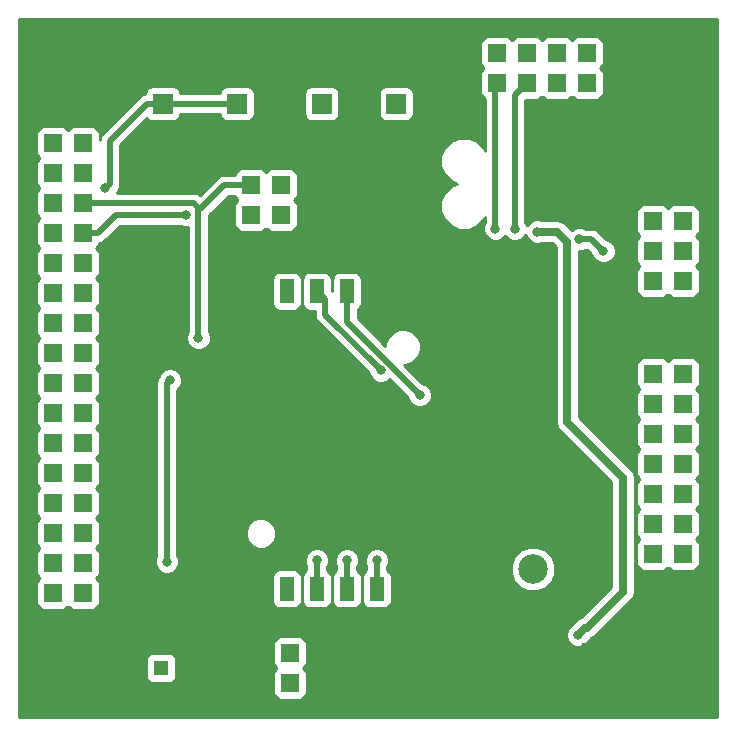
<source format=gbr>
G04 #@! TF.FileFunction,Copper,L1,Top,Signal*
%FSLAX46Y46*%
G04 Gerber Fmt 4.6, Leading zero omitted, Abs format (unit mm)*
G04 Created by KiCad (PCBNEW (2016-09-17 revision 679eef1)-makepkg) date 01/02/17 11:13:26*
%MOMM*%
%LPD*%
G01*
G04 APERTURE LIST*
%ADD10C,0.300000*%
%ADD11R,1.524000X1.524000*%
%ADD12C,2.500000*%
%ADD13C,2.700000*%
%ADD14C,6.000000*%
%ADD15R,1.676400X1.676400*%
%ADD16C,1.300000*%
%ADD17R,1.300000X1.300000*%
%ADD18C,0.800000*%
%ADD19C,0.600000*%
%ADD20C,0.500000*%
%ADD21C,0.700000*%
%ADD22C,0.254000*%
G04 APERTURE END LIST*
D10*
D11*
X6350000Y36830000D03*
X3810000Y36830000D03*
X6350000Y39370000D03*
X3810000Y39370000D03*
X6350000Y13970000D03*
X3810000Y13970000D03*
X6350000Y16510000D03*
X3810000Y16510000D03*
X6350000Y19050000D03*
X3810000Y19050000D03*
X6350000Y21590000D03*
X3810000Y21590000D03*
X6350000Y24130000D03*
X3810000Y24130000D03*
X6350000Y26670000D03*
X3810000Y26670000D03*
X6350000Y29210000D03*
X3810000Y29210000D03*
X6350000Y31750000D03*
X3810000Y31750000D03*
X6350000Y34290000D03*
X3810000Y34290000D03*
X23114000Y48514000D03*
X20574000Y48514000D03*
D12*
X44450000Y13462000D03*
D13*
X46990000Y10922000D03*
X41910000Y10922000D03*
X41910000Y16002000D03*
X46990000Y16002000D03*
D11*
X6350000Y11430000D03*
X3810000Y11430000D03*
X6350000Y41910000D03*
X3810000Y41910000D03*
X6350000Y44450000D03*
X3810000Y44450000D03*
X6350000Y46990000D03*
X3810000Y46990000D03*
X6350000Y49530000D03*
X3810000Y49530000D03*
X57150000Y24892000D03*
X54610000Y24892000D03*
X57150000Y27432000D03*
X54610000Y27432000D03*
X57150000Y29972000D03*
X54610000Y29972000D03*
X49022000Y57150000D03*
X49022000Y54610000D03*
X46482000Y57150000D03*
X46482000Y54610000D03*
X43942000Y57150000D03*
X43942000Y54610000D03*
X41402000Y57150000D03*
X41402000Y54610000D03*
X57150000Y14732000D03*
X54610000Y14732000D03*
X57150000Y17272000D03*
X54610000Y17272000D03*
X57150000Y19812000D03*
X54610000Y19812000D03*
X57150000Y22352000D03*
X54610000Y22352000D03*
X57150000Y40386000D03*
X54610000Y40386000D03*
X57150000Y37846000D03*
X54610000Y37846000D03*
X57150000Y42926000D03*
X54610000Y42926000D03*
X57150000Y45466000D03*
X54610000Y45466000D03*
X57150000Y35306000D03*
X54610000Y35306000D03*
X23114000Y43434000D03*
X20574000Y43434000D03*
X23114000Y45974000D03*
X20574000Y45974000D03*
X21336000Y3810000D03*
X21336000Y6350000D03*
X23876000Y3810000D03*
X23876000Y6350000D03*
X26416000Y3810000D03*
X26416000Y6350000D03*
D14*
X5080000Y55880000D03*
X55880000Y5080000D03*
X55880000Y55880000D03*
X5080000Y5080000D03*
D15*
X32868000Y57368000D03*
X32868000Y52868000D03*
X26568000Y57368000D03*
X26568000Y52868000D03*
X19406000Y57368000D03*
X19406000Y52868000D03*
X13106000Y57368000D03*
X13106000Y52868000D03*
D16*
X16454000Y5080000D03*
D17*
X12954000Y5080000D03*
D10*
G36*
X31842000Y10784000D02*
X30642000Y10784000D01*
X30642000Y12784000D01*
X31842000Y12784000D01*
X31842000Y10784000D01*
X31842000Y10784000D01*
G37*
G36*
X26762000Y10784000D02*
X25562000Y10784000D01*
X25562000Y12784000D01*
X26762000Y12784000D01*
X26762000Y10784000D01*
X26762000Y10784000D01*
G37*
G36*
X29302000Y10784000D02*
X28102000Y10784000D01*
X28102000Y12784000D01*
X29302000Y12784000D01*
X29302000Y10784000D01*
X29302000Y10784000D01*
G37*
G36*
X24222000Y10784000D02*
X23022000Y10784000D01*
X23022000Y12784000D01*
X24222000Y12784000D01*
X24222000Y10784000D01*
X24222000Y10784000D01*
G37*
G36*
X31842000Y35984000D02*
X30642000Y35984000D01*
X30642000Y37984000D01*
X31842000Y37984000D01*
X31842000Y35984000D01*
X31842000Y35984000D01*
G37*
G36*
X29302000Y35984000D02*
X28102000Y35984000D01*
X28102000Y37984000D01*
X29302000Y37984000D01*
X29302000Y35984000D01*
X29302000Y35984000D01*
G37*
G36*
X26762000Y35984000D02*
X25562000Y35984000D01*
X25562000Y37984000D01*
X26762000Y37984000D01*
X26762000Y35984000D01*
X26762000Y35984000D01*
G37*
G36*
X24222000Y35984000D02*
X23022000Y35984000D01*
X23022000Y37984000D01*
X24222000Y37984000D01*
X24222000Y35984000D01*
X24222000Y35984000D01*
G37*
D18*
X32004000Y27940000D03*
X27432000Y16510000D03*
X27432000Y18796000D03*
X27432000Y20955000D03*
X27432000Y24511000D03*
X27432000Y25654000D03*
D19*
X33147000Y34417001D03*
X31369000Y33655000D03*
X29845000Y23367999D03*
X32004000Y26924000D03*
X30734000Y25781000D03*
X39243000Y56642000D03*
X39243000Y54229000D03*
X39878000Y52070000D03*
X39878000Y50292000D03*
X38354000Y50292000D03*
X36830000Y50292000D03*
X35179000Y49530000D03*
X53340000Y32131000D03*
X52070000Y31496000D03*
X50038000Y31496000D03*
X48641000Y31496000D03*
X48641000Y32639000D03*
X48641000Y33782000D03*
X48641000Y34925000D03*
X16891000Y51689000D03*
X17018000Y50292000D03*
X17018000Y48641000D03*
X17018000Y47117000D03*
X1524000Y53086000D03*
X1397000Y54991000D03*
X1397000Y56642000D03*
X1524000Y58293000D03*
X1651000Y59563000D03*
X3302000Y59563000D03*
X5207000Y59563000D03*
X6985000Y59563000D03*
X9144000Y59436000D03*
X11049000Y59436000D03*
X12700000Y59436000D03*
X14478000Y59436000D03*
X16383000Y59436000D03*
X18288000Y59436000D03*
X20066000Y59436000D03*
X21844000Y59309000D03*
X23241000Y59309000D03*
X24765000Y59309000D03*
X26289000Y59309000D03*
X27940000Y59309000D03*
X29845000Y59309000D03*
X32385000Y59309000D03*
X35052000Y59309000D03*
X37973000Y59309000D03*
X40386000Y59309000D03*
X42291000Y59309000D03*
X48768000Y59690000D03*
X51054000Y59690000D03*
X53340000Y59563000D03*
X55372000Y59563000D03*
X57150000Y59563000D03*
X59563000Y57912000D03*
X59309000Y53086000D03*
X59309000Y51054000D03*
X59309000Y49149000D03*
X59309000Y47244000D03*
X59309000Y45212000D03*
X59309000Y43180000D03*
X59182000Y37846000D03*
X59182000Y35306000D03*
X59182000Y32131000D03*
X59436000Y29972000D03*
X59436000Y27432000D03*
X59436000Y25019000D03*
X59436000Y22225000D03*
X59436000Y19812000D03*
X54229000Y12827000D03*
X57404000Y12827000D03*
X59563000Y12827000D03*
X59563000Y11049000D03*
X59563000Y8890000D03*
X59563000Y7239000D03*
X59563000Y5588000D03*
X59563000Y3302000D03*
X59309000Y1524000D03*
X56642000Y1397000D03*
X54864000Y1397000D03*
X53340000Y1397000D03*
X51943000Y1397000D03*
X50673000Y1397000D03*
X18034000Y1270000D03*
X16510000Y1270000D03*
X14224000Y1524000D03*
X10414000Y1397000D03*
X8509000Y1397000D03*
X6477000Y1397000D03*
X4064000Y1397000D03*
X1778000Y1778000D03*
X1651000Y7747000D03*
X1651000Y9525000D03*
X1651000Y11430000D03*
X1651000Y13970000D03*
X1651000Y16637000D03*
X1651000Y19050000D03*
X1651000Y21590000D03*
X1651000Y24130000D03*
X1651000Y26670000D03*
X1651000Y29210000D03*
X1651000Y31750000D03*
X1651000Y34290000D03*
X1651000Y36830000D03*
X1651000Y39370000D03*
X1651000Y41910000D03*
X1651000Y44450000D03*
X1651000Y46990000D03*
X1651000Y49530000D03*
X1651000Y51562000D03*
X3683000Y51562000D03*
X5080000Y51562000D03*
X6350000Y51562000D03*
X8001000Y51562000D03*
X11176000Y9652000D03*
X8636000Y9779000D03*
X15113000Y11684000D03*
X27432000Y23368000D03*
X29845000Y16383000D03*
X29845000Y18796000D03*
X29845000Y20701000D03*
X29845000Y22479000D03*
X29845000Y24892000D03*
X35179000Y17018000D03*
X34798000Y18669000D03*
X34798000Y20066000D03*
X34798000Y21717000D03*
X34798000Y23114000D03*
X34798000Y24511000D03*
X34798000Y26416000D03*
X33782000Y25273000D03*
X32512000Y24130000D03*
X32512000Y22098000D03*
X32512000Y20701000D03*
X32512000Y18923000D03*
X32512000Y17653000D03*
X32512000Y16002000D03*
X32512000Y14224000D03*
X34925000Y14224000D03*
X34925000Y16002000D03*
X58039000Y32893000D03*
X56515000Y32893000D03*
X54483000Y32766000D03*
X44450000Y27940000D03*
X44831000Y34798000D03*
X44831000Y33528000D03*
X44831000Y32258000D03*
X44831000Y30861000D03*
X51054000Y53467000D03*
X50673000Y51308000D03*
X50673000Y49403000D03*
X50165000Y47625000D03*
X50165000Y45847000D03*
X52070000Y45847000D03*
X19431000Y3302000D03*
X19685000Y5207000D03*
X19304000Y7366000D03*
X27813000Y6604000D03*
X28575000Y5588000D03*
X28575000Y3683000D03*
X29591000Y1397000D03*
X34036000Y1397000D03*
X35814000Y1397000D03*
X37719000Y1397000D03*
X48895000Y6985000D03*
X49784000Y6350000D03*
X49784000Y5080000D03*
X49784000Y3937000D03*
X49784000Y2794000D03*
X41402000Y2286000D03*
X44323000Y2286000D03*
X47117000Y2540000D03*
X25146000Y48895000D03*
X24765000Y50038000D03*
X25273000Y51054000D03*
X26797000Y51054000D03*
X28321000Y51054000D03*
X28321000Y48895000D03*
X27178000Y47879000D03*
X25527000Y47879000D03*
X34290000Y42037000D03*
X35052000Y42672000D03*
X36576000Y42545000D03*
X37846000Y41910000D03*
X39243000Y41910000D03*
X38227000Y41021000D03*
X37084000Y39751000D03*
X35560000Y39497000D03*
X35052000Y38481000D03*
X34925000Y36957000D03*
X34925000Y35560000D03*
X34925000Y34290000D03*
X29972000Y34925000D03*
X31496000Y34925000D03*
X32258000Y36195000D03*
X32385000Y37338000D03*
X32385000Y38989000D03*
X30353000Y39116000D03*
X28575000Y38989000D03*
X26670000Y38989000D03*
X24892000Y38989000D03*
X23114000Y39116000D03*
X23241000Y40386000D03*
X23241000Y41656000D03*
X25019000Y41656000D03*
X27051000Y41656000D03*
X28702000Y41783000D03*
X30099000Y41783000D03*
X31623000Y41783000D03*
X19558000Y11430000D03*
X19558000Y10287000D03*
X20701000Y10287000D03*
X22098000Y10287000D03*
X22098000Y11430000D03*
X21844000Y12954000D03*
X22225000Y13716000D03*
X23241000Y13843000D03*
X24892000Y14986000D03*
X25019000Y16383000D03*
X25019000Y17653000D03*
X25019000Y18923000D03*
X25019000Y20574000D03*
X25019000Y22098000D03*
X25019000Y23368000D03*
X25019000Y24638000D03*
X25019000Y25781000D03*
X25146000Y27432000D03*
X26416000Y27940000D03*
X27559000Y29083000D03*
X27559000Y30607000D03*
X28702000Y31623000D03*
X28067000Y32258000D03*
X27178000Y33147000D03*
X26289000Y34036000D03*
X25654000Y35052000D03*
X24257000Y35052000D03*
X22987000Y35052000D03*
X22987000Y33655000D03*
X21844000Y32512000D03*
X20828000Y31496000D03*
X19939000Y30353000D03*
X19939000Y28702000D03*
X19939000Y27178000D03*
X19939000Y25908000D03*
X19939000Y24638000D03*
X19939000Y23241000D03*
X19939000Y21971000D03*
X19939000Y20701000D03*
X11938000Y17780000D03*
X11811000Y17018000D03*
X10414000Y17018000D03*
X16510000Y17399000D03*
X14859000Y17399000D03*
X14864715Y19392000D03*
X16423011Y19392000D03*
X19939000Y19812000D03*
X19558000Y18669000D03*
X19558000Y17653000D03*
X19812000Y16637000D03*
X19812000Y15240000D03*
X19812000Y12573000D03*
X19812000Y13970000D03*
X15875000Y14859000D03*
X14732000Y14097000D03*
X24511000Y10033000D03*
X25527000Y10033000D03*
X27178000Y10033000D03*
X28448000Y9906000D03*
X29337000Y9525000D03*
X31115000Y9525000D03*
X32766000Y9525000D03*
X32766000Y7366000D03*
X33401000Y6731000D03*
X34290000Y5842000D03*
X34925000Y6604000D03*
X34925000Y7747000D03*
X34925000Y9017000D03*
X34925000Y10541000D03*
X34925000Y12827000D03*
X38735000Y11430000D03*
X40005000Y11303000D03*
X44450000Y10922000D03*
X46990000Y13462000D03*
X44450000Y15875000D03*
X44450000Y17145000D03*
X40259000Y17145000D03*
X39116000Y17145000D03*
X38227000Y16637000D03*
X39243000Y15875000D03*
X40132000Y14986000D03*
X33274000Y41402000D03*
X19431000Y39619042D03*
X19177000Y40767000D03*
X19431000Y38481000D03*
X18542000Y42164000D03*
X17272000Y42164000D03*
X17272000Y41021000D03*
X17272000Y39878000D03*
X17272000Y38862000D03*
X11557000Y38100000D03*
X10668000Y38100000D03*
X9779000Y40767000D03*
X10414000Y41402000D03*
X11557000Y40767000D03*
X12954000Y40894000D03*
D18*
X44831000Y42037000D03*
X48260000Y7874000D03*
X8255000Y45720000D03*
X28702000Y14224000D03*
X26162000Y14224000D03*
X31561941Y30291941D03*
X34863965Y28192000D03*
X31242000Y14224000D03*
X15113000Y43434000D03*
X16129000Y33020000D03*
X42926000Y42291000D03*
X41275000Y42291000D03*
X50419000Y40386000D03*
X48387000Y41402000D03*
X13716000Y29464000D03*
X13462000Y14097000D03*
D20*
X27432000Y18796000D02*
X27432000Y16510000D01*
X27432000Y23368000D02*
X27432000Y20955000D01*
X27432000Y25654000D02*
X27432000Y24511000D01*
X33274001Y34290000D02*
X33147000Y34417001D01*
X34925000Y34290000D02*
X33274001Y34290000D01*
X31242000Y33655000D02*
X31369000Y33655000D01*
X29972000Y34925000D02*
X31242000Y33655000D01*
X29420736Y23367999D02*
X29845000Y23367999D01*
X27856265Y23367999D02*
X29420736Y23367999D01*
X27432000Y23368000D02*
X27856265Y23367999D01*
X31877000Y26924000D02*
X32004000Y26924000D01*
X29845000Y24892000D02*
X31877000Y26924000D01*
X30734000Y29591000D02*
X30734000Y26205264D01*
X30734000Y26205264D02*
X30734000Y25781000D01*
X28702000Y31623000D02*
X30734000Y29591000D01*
X39878000Y52070000D02*
X39878000Y53594000D01*
X39878000Y53594000D02*
X39243000Y54229000D01*
X38354000Y50292000D02*
X39878000Y50292000D01*
X35179000Y49530000D02*
X36068000Y49530000D01*
X36068000Y49530000D02*
X36830000Y50292000D01*
X52070000Y31496000D02*
X52705000Y31496000D01*
X52705000Y31496000D02*
X53340000Y32131000D01*
X48641000Y31496000D02*
X50038000Y31496000D01*
X48641000Y33782000D02*
X48641000Y32639000D01*
X54483000Y32766000D02*
X50800000Y32766000D01*
X50800000Y32766000D02*
X48641000Y34925000D01*
X17018000Y48641000D02*
X17018000Y50292000D01*
X20574000Y48514000D02*
X18415000Y48514000D01*
X18415000Y48514000D02*
X17018000Y47117000D01*
X1397000Y56642000D02*
X1397000Y54991000D01*
X1651000Y59563000D02*
X1651000Y58420000D01*
X1651000Y58420000D02*
X1524000Y58293000D01*
X5207000Y59563000D02*
X3302000Y59563000D01*
X9144000Y59436000D02*
X7112000Y59436000D01*
X7112000Y59436000D02*
X6985000Y59563000D01*
X12700000Y59436000D02*
X11049000Y59436000D01*
X16383000Y59436000D02*
X14478000Y59436000D01*
X20066000Y59436000D02*
X18288000Y59436000D01*
X23241000Y59309000D02*
X21844000Y59309000D01*
X26289000Y59309000D02*
X24765000Y59309000D01*
X29845000Y59309000D02*
X27940000Y59309000D01*
X35052000Y59309000D02*
X32385000Y59309000D01*
X40386000Y59309000D02*
X37973000Y59309000D01*
X48768000Y59690000D02*
X42672000Y59690000D01*
X42672000Y59690000D02*
X42291000Y59309000D01*
X53340000Y59563000D02*
X51181000Y59563000D01*
X51181000Y59563000D02*
X51054000Y59690000D01*
X57150000Y59563000D02*
X55372000Y59563000D01*
X59309000Y53086000D02*
X59309000Y57658000D01*
X59309000Y57658000D02*
X59563000Y57912000D01*
X59309000Y49149000D02*
X59309000Y51054000D01*
X59309000Y45212000D02*
X59309000Y47244000D01*
X59182000Y37846000D02*
X59182000Y43053000D01*
X59182000Y43053000D02*
X59309000Y43180000D01*
X59182000Y35306000D02*
X59182000Y37846000D01*
X59436000Y29972000D02*
X59436000Y31877000D01*
X59436000Y31877000D02*
X59182000Y32131000D01*
X59436000Y25019000D02*
X59436000Y27432000D01*
X59436000Y19812000D02*
X59436000Y22225000D01*
X57404000Y12827000D02*
X54229000Y12827000D01*
X59563000Y11049000D02*
X59563000Y12827000D01*
X59563000Y7239000D02*
X59563000Y8890000D01*
X59563000Y3302000D02*
X59563000Y5588000D01*
X56642000Y1397000D02*
X59182000Y1397000D01*
X59182000Y1397000D02*
X59309000Y1524000D01*
X53340000Y1397000D02*
X54864000Y1397000D01*
X50673000Y1397000D02*
X51943000Y1397000D01*
X16510000Y1270000D02*
X18034000Y1270000D01*
X10414000Y1397000D02*
X14097000Y1397000D01*
X14097000Y1397000D02*
X14224000Y1524000D01*
X6477000Y1397000D02*
X8509000Y1397000D01*
X1778000Y1778000D02*
X3683000Y1778000D01*
X3683000Y1778000D02*
X4064000Y1397000D01*
X1651000Y9525000D02*
X1651000Y7747000D01*
X1651000Y13970000D02*
X1651000Y11430000D01*
X1651000Y19050000D02*
X1651000Y16637000D01*
X1651000Y24130000D02*
X1651000Y21590000D01*
X1651000Y29210000D02*
X1651000Y26670000D01*
X1651000Y34290000D02*
X1651000Y31750000D01*
X1651000Y39370000D02*
X1651000Y36830000D01*
X1651000Y44450000D02*
X1651000Y41910000D01*
X1651000Y49530000D02*
X1651000Y46990000D01*
X3683000Y51562000D02*
X1651000Y51562000D01*
X6350000Y51562000D02*
X5080000Y51562000D01*
X5080000Y55880000D02*
X8079999Y52880001D01*
X8079999Y52880001D02*
X8079999Y51640999D01*
X8079999Y51640999D02*
X8001000Y51562000D01*
X5080000Y5080000D02*
X8636000Y8636000D01*
X8636000Y8636000D02*
X8636000Y9779000D01*
X29845000Y18796000D02*
X29845000Y16383000D01*
X29845000Y22479000D02*
X29845000Y20701000D01*
X34798000Y20066000D02*
X34798000Y18669000D01*
X34798000Y23114000D02*
X34798000Y21717000D01*
X34798000Y26416000D02*
X34798000Y24511000D01*
X32512000Y24130000D02*
X32639000Y24130000D01*
X32639000Y24130000D02*
X33782000Y25273000D01*
X32512000Y20701000D02*
X32512000Y22098000D01*
X32512000Y17653000D02*
X32512000Y18923000D01*
X32512000Y14224000D02*
X32512000Y16002000D01*
X34925000Y16002000D02*
X34925000Y14224000D01*
X56515000Y32893000D02*
X58039000Y32893000D01*
X54610000Y35306000D02*
X54610000Y32893000D01*
X54610000Y32893000D02*
X54483000Y32766000D01*
X44831000Y33528000D02*
X44831000Y34798000D01*
X44831000Y30861000D02*
X44831000Y32258000D01*
X50673000Y51308000D02*
X50673000Y53086000D01*
X50673000Y53086000D02*
X51054000Y53467000D01*
X50165000Y47625000D02*
X50165000Y48895000D01*
X50165000Y48895000D02*
X50673000Y49403000D01*
X52070000Y45847000D02*
X50165000Y45847000D01*
X19685000Y5207000D02*
X19685000Y3556000D01*
X19685000Y3556000D02*
X19431000Y3302000D01*
X21336000Y6350000D02*
X20320000Y6350000D01*
X20320000Y6350000D02*
X19304000Y7366000D01*
X28575000Y3683000D02*
X28575000Y5588000D01*
X34036000Y1397000D02*
X29591000Y1397000D01*
X37719000Y1397000D02*
X35814000Y1397000D01*
X49784000Y6350000D02*
X49530000Y6350000D01*
X49530000Y6350000D02*
X48895000Y6985000D01*
X49784000Y3937000D02*
X49784000Y5080000D01*
X47117000Y2540000D02*
X49530000Y2540000D01*
X49530000Y2540000D02*
X49784000Y2794000D01*
X47117000Y2540000D02*
X44577000Y2540000D01*
X44577000Y2540000D02*
X44323000Y2286000D01*
X25273000Y51054000D02*
X25146000Y51054000D01*
X25146000Y51054000D02*
X24765000Y50038000D01*
X28321000Y51054000D02*
X26797000Y51054000D01*
X27178000Y47879000D02*
X27305000Y47879000D01*
X27305000Y47879000D02*
X28321000Y48895000D01*
X23114000Y48514000D02*
X24892000Y48514000D01*
X24892000Y48514000D02*
X25527000Y47879000D01*
X36576000Y42545000D02*
X35179000Y42545000D01*
X35179000Y42545000D02*
X35052000Y42672000D01*
X39243000Y41910000D02*
X37846000Y41910000D01*
X37084000Y39751000D02*
X37084000Y39878000D01*
X37084000Y39878000D02*
X38227000Y41021000D01*
X35052000Y38481000D02*
X35052000Y38989000D01*
X35052000Y38989000D02*
X35560000Y39497000D01*
X34925000Y35560000D02*
X34925000Y36957000D01*
X32258000Y36195000D02*
X32258000Y35687000D01*
X32258000Y35687000D02*
X31496000Y34925000D01*
X32385000Y38989000D02*
X32385000Y37338000D01*
X28575000Y38989000D02*
X30226000Y38989000D01*
X30226000Y38989000D02*
X30353000Y39116000D01*
X24892000Y38989000D02*
X26670000Y38989000D01*
X23241000Y40386000D02*
X23241000Y39243000D01*
X23241000Y39243000D02*
X23114000Y39116000D01*
X25019000Y41656000D02*
X23241000Y41656000D01*
X28702000Y41783000D02*
X27178000Y41783000D01*
X27178000Y41783000D02*
X27051000Y41656000D01*
X31623000Y41783000D02*
X30099000Y41783000D01*
X19558000Y10287000D02*
X19558000Y11430000D01*
X22098000Y10287000D02*
X20701000Y10287000D01*
X21844000Y12954000D02*
X21844000Y11684000D01*
X21844000Y11684000D02*
X22098000Y11430000D01*
X23241000Y13843000D02*
X22352000Y13843000D01*
X22352000Y13843000D02*
X22225000Y13716000D01*
X25019000Y16383000D02*
X25019000Y15113000D01*
X25019000Y15113000D02*
X24892000Y14986000D01*
X25019000Y18923000D02*
X25019000Y17653000D01*
X25019000Y22098000D02*
X25019000Y20574000D01*
X25019000Y24638000D02*
X25019000Y23368000D01*
X25146000Y27432000D02*
X25146000Y25908000D01*
X25146000Y25908000D02*
X25019000Y25781000D01*
X27559000Y29083000D02*
X26416000Y27940000D01*
X28702000Y31623000D02*
X28575000Y31623000D01*
X28575000Y31623000D02*
X27559000Y30607000D01*
X27178000Y33147000D02*
X28067000Y32258000D01*
X25654000Y35052000D02*
X25654000Y34671000D01*
X25654000Y34671000D02*
X26289000Y34036000D01*
X22987000Y35052000D02*
X24257000Y35052000D01*
X21844000Y32512000D02*
X22987000Y33655000D01*
X19939000Y30353000D02*
X19939000Y30607000D01*
X19939000Y30607000D02*
X20828000Y31496000D01*
X19939000Y27178000D02*
X19939000Y28702000D01*
X19939000Y24638000D02*
X19939000Y25908000D01*
X19939000Y21971000D02*
X19939000Y23241000D01*
X19939000Y19812000D02*
X19939000Y20701000D01*
X10414000Y17018000D02*
X11811000Y17018000D01*
X14859000Y17399000D02*
X16510000Y17399000D01*
X16423011Y19392000D02*
X14864715Y19392000D01*
X19558000Y18669000D02*
X19558000Y19431000D01*
X19558000Y19431000D02*
X19939000Y19812000D01*
X19812000Y16637000D02*
X19812000Y17399000D01*
X19812000Y17399000D02*
X19558000Y17653000D01*
X19812000Y13970000D02*
X19812000Y15240000D01*
X14732000Y14097000D02*
X15113000Y14097000D01*
X15113000Y14097000D02*
X15875000Y14859000D01*
X27178000Y10033000D02*
X25527000Y10033000D01*
X29337000Y9525000D02*
X28829000Y9525000D01*
X28829000Y9525000D02*
X28448000Y9906000D01*
X32766000Y9525000D02*
X31115000Y9525000D01*
X33401000Y6731000D02*
X32766000Y7366000D01*
X34925000Y6604000D02*
X34925000Y6477000D01*
X34925000Y6477000D02*
X34290000Y5842000D01*
X34925000Y9017000D02*
X34925000Y7747000D01*
X34925000Y12827000D02*
X34925000Y10541000D01*
X41910000Y10922000D02*
X40386000Y10922000D01*
X40386000Y10922000D02*
X40005000Y11303000D01*
X44450000Y10922000D02*
X41910000Y10922000D01*
X46990000Y13462000D02*
X46990000Y10922000D01*
X44450000Y17145000D02*
X44450000Y15875000D01*
X39116000Y17145000D02*
X40259000Y17145000D01*
X39243000Y15875000D02*
X38989000Y15875000D01*
X38989000Y15875000D02*
X38227000Y16637000D01*
X41910000Y16002000D02*
X41148000Y16002000D01*
X41148000Y16002000D02*
X40132000Y14986000D01*
X19431000Y38481000D02*
X19431000Y39619042D01*
X17272000Y41021000D02*
X17272000Y42164000D01*
X17272000Y38862000D02*
X17272000Y39878000D01*
X10668000Y38100000D02*
X11557000Y38100000D01*
X10414000Y41402000D02*
X9779000Y39624000D01*
X9779000Y39624000D02*
X9779000Y40767000D01*
X12954000Y40894000D02*
X12954000Y41021000D01*
X12954000Y41021000D02*
X11557000Y40767000D01*
D21*
X47371000Y41148000D02*
X46482000Y42037000D01*
X46482000Y42037000D02*
X44831000Y42037000D01*
X47371000Y25908000D02*
X47371000Y41148000D01*
X52070000Y21209000D02*
X47371000Y25908000D01*
X52070000Y11557000D02*
X52070000Y21209000D01*
X49017001Y8504001D02*
X52070000Y11557000D01*
X48260000Y7874000D02*
X48890001Y8504001D01*
X48890001Y8504001D02*
X49017001Y8504001D01*
D20*
X13106000Y52868000D02*
X11767800Y52868000D01*
X11767800Y52868000D02*
X8636000Y49736200D01*
X8636000Y49736200D02*
X8636000Y46101000D01*
X8636000Y46101000D02*
X8255000Y45720000D01*
X13106000Y52868000D02*
X14444200Y52868000D01*
X14444200Y52868000D02*
X19406000Y52868000D01*
X28702000Y11784000D02*
X28702000Y14224000D01*
X28829000Y11949100D02*
X28714700Y11834800D01*
X26162000Y11784000D02*
X26162000Y14224000D01*
X26162000Y11847500D02*
X26174700Y11834800D01*
X26845410Y35130590D02*
X26845410Y35008472D01*
X26845410Y35008472D02*
X31561941Y30291941D01*
X26174700Y37034800D02*
X26845410Y36364090D01*
X26845410Y36364090D02*
X26845410Y35130590D01*
X28714700Y37034800D02*
X28714700Y34341265D01*
X28714700Y34341265D02*
X34863965Y28192000D01*
X31242000Y14224000D02*
X31242000Y11847500D01*
X31242000Y11847500D02*
X31254700Y11834800D01*
X9136000Y43434000D02*
X15113000Y43434000D01*
X7612000Y41910000D02*
X9136000Y43434000D01*
X6350000Y41910000D02*
X7612000Y41910000D01*
X16129000Y43942000D02*
X16288998Y43942000D01*
X16288998Y43942000D02*
X18320998Y45974000D01*
X18320998Y45974000D02*
X19312000Y45974000D01*
X19312000Y45974000D02*
X20574000Y45974000D01*
X16129000Y33020000D02*
X16129000Y44069000D01*
X16129000Y44069000D02*
X15748000Y44450000D01*
X15748000Y44450000D02*
X6350000Y44450000D01*
X42926000Y42291000D02*
X42926000Y53594000D01*
X42926000Y53594000D02*
X43942000Y54610000D01*
X41275000Y42291000D02*
X41275000Y54483000D01*
X41275000Y54483000D02*
X41402000Y54610000D01*
X48387000Y41402000D02*
X49403000Y41402000D01*
X49403000Y41402000D02*
X50419000Y40386000D01*
X13462000Y14097000D02*
X13462000Y29210000D01*
X13462000Y29210000D02*
X13716000Y29464000D01*
D22*
G36*
X60021000Y939000D02*
X939000Y939000D01*
X939000Y5730000D01*
X11656560Y5730000D01*
X11656560Y4430000D01*
X11705843Y4182235D01*
X11846191Y3972191D01*
X12056235Y3831843D01*
X12304000Y3782560D01*
X13604000Y3782560D01*
X13851765Y3831843D01*
X14061809Y3972191D01*
X14202157Y4182235D01*
X14251440Y4430000D01*
X14251440Y5730000D01*
X14202157Y5977765D01*
X14061809Y6187809D01*
X13851765Y6328157D01*
X13604000Y6377440D01*
X12304000Y6377440D01*
X12056235Y6328157D01*
X11846191Y6187809D01*
X11705843Y5977765D01*
X11656560Y5730000D01*
X939000Y5730000D01*
X939000Y7112000D01*
X22466560Y7112000D01*
X22466560Y5588000D01*
X22515843Y5340235D01*
X22656191Y5130191D01*
X22731307Y5080000D01*
X22656191Y5029809D01*
X22515843Y4819765D01*
X22466560Y4572000D01*
X22466560Y3048000D01*
X22515843Y2800235D01*
X22656191Y2590191D01*
X22866235Y2449843D01*
X23114000Y2400560D01*
X24638000Y2400560D01*
X24885765Y2449843D01*
X25095809Y2590191D01*
X25236157Y2800235D01*
X25285440Y3048000D01*
X25285440Y4572000D01*
X25236157Y4819765D01*
X25095809Y5029809D01*
X25020693Y5080000D01*
X25095809Y5130191D01*
X25236157Y5340235D01*
X25285440Y5588000D01*
X25285440Y7112000D01*
X25236157Y7359765D01*
X25095809Y7569809D01*
X24885765Y7710157D01*
X24638000Y7759440D01*
X23114000Y7759440D01*
X22866235Y7710157D01*
X22656191Y7569809D01*
X22515843Y7359765D01*
X22466560Y7112000D01*
X939000Y7112000D01*
X939000Y50292000D01*
X2400560Y50292000D01*
X2400560Y48768000D01*
X2449843Y48520235D01*
X2590191Y48310191D01*
X2665307Y48260000D01*
X2590191Y48209809D01*
X2449843Y47999765D01*
X2400560Y47752000D01*
X2400560Y46228000D01*
X2449843Y45980235D01*
X2590191Y45770191D01*
X2665307Y45720000D01*
X2590191Y45669809D01*
X2449843Y45459765D01*
X2400560Y45212000D01*
X2400560Y43688000D01*
X2449843Y43440235D01*
X2590191Y43230191D01*
X2665307Y43180000D01*
X2590191Y43129809D01*
X2449843Y42919765D01*
X2400560Y42672000D01*
X2400560Y41148000D01*
X2449843Y40900235D01*
X2590191Y40690191D01*
X2665307Y40640000D01*
X2590191Y40589809D01*
X2449843Y40379765D01*
X2400560Y40132000D01*
X2400560Y38608000D01*
X2449843Y38360235D01*
X2590191Y38150191D01*
X2665307Y38100000D01*
X2590191Y38049809D01*
X2449843Y37839765D01*
X2400560Y37592000D01*
X2400560Y36068000D01*
X2449843Y35820235D01*
X2590191Y35610191D01*
X2665307Y35560000D01*
X2590191Y35509809D01*
X2449843Y35299765D01*
X2400560Y35052000D01*
X2400560Y33528000D01*
X2449843Y33280235D01*
X2590191Y33070191D01*
X2665307Y33020000D01*
X2590191Y32969809D01*
X2449843Y32759765D01*
X2400560Y32512000D01*
X2400560Y30988000D01*
X2449843Y30740235D01*
X2590191Y30530191D01*
X2665307Y30480000D01*
X2590191Y30429809D01*
X2449843Y30219765D01*
X2400560Y29972000D01*
X2400560Y28448000D01*
X2449843Y28200235D01*
X2590191Y27990191D01*
X2665307Y27940000D01*
X2590191Y27889809D01*
X2449843Y27679765D01*
X2400560Y27432000D01*
X2400560Y25908000D01*
X2449843Y25660235D01*
X2590191Y25450191D01*
X2665307Y25400000D01*
X2590191Y25349809D01*
X2449843Y25139765D01*
X2400560Y24892000D01*
X2400560Y23368000D01*
X2449843Y23120235D01*
X2590191Y22910191D01*
X2665307Y22860000D01*
X2590191Y22809809D01*
X2449843Y22599765D01*
X2400560Y22352000D01*
X2400560Y20828000D01*
X2449843Y20580235D01*
X2590191Y20370191D01*
X2665307Y20320000D01*
X2590191Y20269809D01*
X2449843Y20059765D01*
X2400560Y19812000D01*
X2400560Y18288000D01*
X2449843Y18040235D01*
X2590191Y17830191D01*
X2665307Y17780000D01*
X2590191Y17729809D01*
X2449843Y17519765D01*
X2400560Y17272000D01*
X2400560Y15748000D01*
X2449843Y15500235D01*
X2590191Y15290191D01*
X2665307Y15240000D01*
X2590191Y15189809D01*
X2449843Y14979765D01*
X2400560Y14732000D01*
X2400560Y13208000D01*
X2449843Y12960235D01*
X2590191Y12750191D01*
X2665307Y12700000D01*
X2590191Y12649809D01*
X2449843Y12439765D01*
X2400560Y12192000D01*
X2400560Y10668000D01*
X2449843Y10420235D01*
X2590191Y10210191D01*
X2800235Y10069843D01*
X3048000Y10020560D01*
X4572000Y10020560D01*
X4819765Y10069843D01*
X5029809Y10210191D01*
X5080000Y10285307D01*
X5130191Y10210191D01*
X5340235Y10069843D01*
X5588000Y10020560D01*
X7112000Y10020560D01*
X7359765Y10069843D01*
X7569809Y10210191D01*
X7710157Y10420235D01*
X7759440Y10668000D01*
X7759440Y12192000D01*
X7710157Y12439765D01*
X7569809Y12649809D01*
X7494693Y12700000D01*
X7569809Y12750191D01*
X7592399Y12784000D01*
X22374560Y12784000D01*
X22374560Y10784000D01*
X22423843Y10536235D01*
X22564191Y10326191D01*
X22774235Y10185843D01*
X23022000Y10136560D01*
X24222000Y10136560D01*
X24469765Y10185843D01*
X24679809Y10326191D01*
X24820157Y10536235D01*
X24869440Y10784000D01*
X24869440Y12784000D01*
X24914560Y12784000D01*
X24914560Y10784000D01*
X24963843Y10536235D01*
X25104191Y10326191D01*
X25314235Y10185843D01*
X25562000Y10136560D01*
X26762000Y10136560D01*
X27009765Y10185843D01*
X27219809Y10326191D01*
X27360157Y10536235D01*
X27409440Y10784000D01*
X27409440Y12784000D01*
X27454560Y12784000D01*
X27454560Y10784000D01*
X27503843Y10536235D01*
X27644191Y10326191D01*
X27854235Y10185843D01*
X28102000Y10136560D01*
X29302000Y10136560D01*
X29549765Y10185843D01*
X29759809Y10326191D01*
X29900157Y10536235D01*
X29949440Y10784000D01*
X29949440Y12784000D01*
X29994560Y12784000D01*
X29994560Y10784000D01*
X30043843Y10536235D01*
X30184191Y10326191D01*
X30394235Y10185843D01*
X30642000Y10136560D01*
X31842000Y10136560D01*
X32089765Y10185843D01*
X32299809Y10326191D01*
X32440157Y10536235D01*
X32489440Y10784000D01*
X32489440Y12784000D01*
X32440157Y13031765D01*
X32402118Y13088695D01*
X42564674Y13088695D01*
X42851043Y12395628D01*
X43380839Y11864907D01*
X44073405Y11577328D01*
X44823305Y11576674D01*
X45516372Y11863043D01*
X46047093Y12392839D01*
X46334672Y13085405D01*
X46335326Y13835305D01*
X46048957Y14528372D01*
X45519161Y15059093D01*
X44826595Y15346672D01*
X44076695Y15347326D01*
X43383628Y15060957D01*
X42852907Y14531161D01*
X42565328Y13838595D01*
X42564674Y13088695D01*
X32402118Y13088695D01*
X32299809Y13241809D01*
X32127000Y13357277D01*
X32127000Y13656415D01*
X32276820Y14017223D01*
X32277179Y14428971D01*
X32119942Y14809515D01*
X31829046Y15100919D01*
X31448777Y15258820D01*
X31037029Y15259179D01*
X30656485Y15101942D01*
X30365081Y14811046D01*
X30207180Y14430777D01*
X30206821Y14019029D01*
X30357000Y13655567D01*
X30357000Y13357277D01*
X30184191Y13241809D01*
X30043843Y13031765D01*
X29994560Y12784000D01*
X29949440Y12784000D01*
X29900157Y13031765D01*
X29759809Y13241809D01*
X29587000Y13357277D01*
X29587000Y13656415D01*
X29736820Y14017223D01*
X29737179Y14428971D01*
X29579942Y14809515D01*
X29289046Y15100919D01*
X28908777Y15258820D01*
X28497029Y15259179D01*
X28116485Y15101942D01*
X27825081Y14811046D01*
X27667180Y14430777D01*
X27666821Y14019029D01*
X27817000Y13655567D01*
X27817000Y13357277D01*
X27644191Y13241809D01*
X27503843Y13031765D01*
X27454560Y12784000D01*
X27409440Y12784000D01*
X27360157Y13031765D01*
X27219809Y13241809D01*
X27047000Y13357277D01*
X27047000Y13656415D01*
X27196820Y14017223D01*
X27197179Y14428971D01*
X27039942Y14809515D01*
X26749046Y15100919D01*
X26368777Y15258820D01*
X25957029Y15259179D01*
X25576485Y15101942D01*
X25285081Y14811046D01*
X25127180Y14430777D01*
X25126821Y14019029D01*
X25277000Y13655567D01*
X25277000Y13357277D01*
X25104191Y13241809D01*
X24963843Y13031765D01*
X24914560Y12784000D01*
X24869440Y12784000D01*
X24820157Y13031765D01*
X24679809Y13241809D01*
X24469765Y13382157D01*
X24222000Y13431440D01*
X23022000Y13431440D01*
X22774235Y13382157D01*
X22564191Y13241809D01*
X22423843Y13031765D01*
X22374560Y12784000D01*
X7592399Y12784000D01*
X7710157Y12960235D01*
X7759440Y13208000D01*
X7759440Y13892029D01*
X12426821Y13892029D01*
X12584058Y13511485D01*
X12874954Y13220081D01*
X13255223Y13062180D01*
X13666971Y13061821D01*
X14047515Y13219058D01*
X14338919Y13509954D01*
X14496820Y13890223D01*
X14497179Y14301971D01*
X14347000Y14665433D01*
X14347000Y16229519D01*
X20146777Y16229519D01*
X20341995Y15757057D01*
X20703155Y15395265D01*
X21175276Y15199223D01*
X21686481Y15198777D01*
X22158943Y15393995D01*
X22520735Y15755155D01*
X22716777Y16227276D01*
X22717223Y16738481D01*
X22522005Y17210943D01*
X22160845Y17572735D01*
X21688724Y17768777D01*
X21177519Y17769223D01*
X20705057Y17574005D01*
X20343265Y17212845D01*
X20147223Y16740724D01*
X20146777Y16229519D01*
X14347000Y16229519D01*
X14347000Y28631464D01*
X14592919Y28876954D01*
X14750820Y29257223D01*
X14751179Y29668971D01*
X14593942Y30049515D01*
X14303046Y30340919D01*
X13922777Y30498820D01*
X13511029Y30499179D01*
X13130485Y30341942D01*
X12839081Y30051046D01*
X12681180Y29670777D01*
X12681122Y29603682D01*
X12644367Y29548675D01*
X12644367Y29548674D01*
X12576999Y29210000D01*
X12577000Y29209995D01*
X12577000Y14664585D01*
X12427180Y14303777D01*
X12426821Y13892029D01*
X7759440Y13892029D01*
X7759440Y14732000D01*
X7710157Y14979765D01*
X7569809Y15189809D01*
X7494693Y15240000D01*
X7569809Y15290191D01*
X7710157Y15500235D01*
X7759440Y15748000D01*
X7759440Y17272000D01*
X7710157Y17519765D01*
X7569809Y17729809D01*
X7494693Y17780000D01*
X7569809Y17830191D01*
X7710157Y18040235D01*
X7759440Y18288000D01*
X7759440Y19812000D01*
X7710157Y20059765D01*
X7569809Y20269809D01*
X7494693Y20320000D01*
X7569809Y20370191D01*
X7710157Y20580235D01*
X7759440Y20828000D01*
X7759440Y22352000D01*
X7710157Y22599765D01*
X7569809Y22809809D01*
X7494693Y22860000D01*
X7569809Y22910191D01*
X7710157Y23120235D01*
X7759440Y23368000D01*
X7759440Y24892000D01*
X7710157Y25139765D01*
X7569809Y25349809D01*
X7494693Y25400000D01*
X7569809Y25450191D01*
X7710157Y25660235D01*
X7759440Y25908000D01*
X7759440Y27432000D01*
X7710157Y27679765D01*
X7569809Y27889809D01*
X7494693Y27940000D01*
X7569809Y27990191D01*
X7710157Y28200235D01*
X7759440Y28448000D01*
X7759440Y29972000D01*
X7710157Y30219765D01*
X7569809Y30429809D01*
X7494693Y30480000D01*
X7569809Y30530191D01*
X7710157Y30740235D01*
X7759440Y30988000D01*
X7759440Y32512000D01*
X7710157Y32759765D01*
X7569809Y32969809D01*
X7494693Y33020000D01*
X7569809Y33070191D01*
X7710157Y33280235D01*
X7759440Y33528000D01*
X7759440Y35052000D01*
X7710157Y35299765D01*
X7569809Y35509809D01*
X7494693Y35560000D01*
X7569809Y35610191D01*
X7710157Y35820235D01*
X7759440Y36068000D01*
X7759440Y37592000D01*
X7710157Y37839765D01*
X7569809Y38049809D01*
X7494693Y38100000D01*
X7569809Y38150191D01*
X7710157Y38360235D01*
X7759440Y38608000D01*
X7759440Y40132000D01*
X7710157Y40379765D01*
X7569809Y40589809D01*
X7494693Y40640000D01*
X7569809Y40690191D01*
X7710157Y40900235D01*
X7740040Y41050468D01*
X7894484Y41081190D01*
X7950675Y41092367D01*
X8237790Y41284210D01*
X9502579Y42549000D01*
X14545415Y42549000D01*
X14906223Y42399180D01*
X15244000Y42398885D01*
X15244000Y33587585D01*
X15094180Y33226777D01*
X15093821Y32815029D01*
X15251058Y32434485D01*
X15541954Y32143081D01*
X15922223Y31985180D01*
X16333971Y31984821D01*
X16714515Y32142058D01*
X17005919Y32432954D01*
X17163820Y32813223D01*
X17164179Y33224971D01*
X17014000Y33588433D01*
X17014000Y37984000D01*
X22374560Y37984000D01*
X22374560Y35984000D01*
X22423843Y35736235D01*
X22564191Y35526191D01*
X22774235Y35385843D01*
X23022000Y35336560D01*
X24222000Y35336560D01*
X24469765Y35385843D01*
X24679809Y35526191D01*
X24820157Y35736235D01*
X24869440Y35984000D01*
X24869440Y37984000D01*
X24914560Y37984000D01*
X24914560Y35984000D01*
X24963843Y35736235D01*
X25104191Y35526191D01*
X25314235Y35385843D01*
X25562000Y35336560D01*
X25960410Y35336560D01*
X25960410Y35008477D01*
X25960409Y35008472D01*
X25968648Y34967055D01*
X26027777Y34669797D01*
X26138024Y34504800D01*
X26219620Y34382682D01*
X30534810Y30067493D01*
X30683999Y29706426D01*
X30974895Y29415022D01*
X31355164Y29257121D01*
X31766912Y29256762D01*
X32147456Y29413999D01*
X32269027Y29535358D01*
X33836834Y27967552D01*
X33986023Y27606485D01*
X34276919Y27315081D01*
X34657188Y27157180D01*
X35068936Y27156821D01*
X35449480Y27314058D01*
X35740884Y27604954D01*
X35898785Y27985223D01*
X35899144Y28396971D01*
X35741907Y28777515D01*
X35451011Y29068919D01*
X35087812Y29219732D01*
X33533634Y30773910D01*
X33731040Y30773738D01*
X34286229Y31003138D01*
X34711370Y31427537D01*
X34941738Y31982325D01*
X34942262Y32583040D01*
X34712862Y33138229D01*
X34288463Y33563370D01*
X33733675Y33793738D01*
X33132960Y33794262D01*
X32577771Y33564862D01*
X32152630Y33140463D01*
X31922262Y32585675D01*
X31922087Y32385457D01*
X29599700Y34707845D01*
X29599700Y35419209D01*
X29759809Y35526191D01*
X29900157Y35736235D01*
X29949440Y35984000D01*
X29949440Y37984000D01*
X29900157Y38231765D01*
X29759809Y38441809D01*
X29549765Y38582157D01*
X29302000Y38631440D01*
X28102000Y38631440D01*
X27854235Y38582157D01*
X27644191Y38441809D01*
X27503843Y38231765D01*
X27454560Y37984000D01*
X27454560Y37006519D01*
X27409440Y37051639D01*
X27409440Y37984000D01*
X27360157Y38231765D01*
X27219809Y38441809D01*
X27009765Y38582157D01*
X26762000Y38631440D01*
X25562000Y38631440D01*
X25314235Y38582157D01*
X25104191Y38441809D01*
X24963843Y38231765D01*
X24914560Y37984000D01*
X24869440Y37984000D01*
X24820157Y38231765D01*
X24679809Y38441809D01*
X24469765Y38582157D01*
X24222000Y38631440D01*
X23022000Y38631440D01*
X22774235Y38582157D01*
X22564191Y38441809D01*
X22423843Y38231765D01*
X22374560Y37984000D01*
X17014000Y37984000D01*
X17014000Y43415422D01*
X18687577Y45089000D01*
X19189026Y45089000D01*
X19213843Y44964235D01*
X19354191Y44754191D01*
X19429307Y44704000D01*
X19354191Y44653809D01*
X19213843Y44443765D01*
X19164560Y44196000D01*
X19164560Y42672000D01*
X19213843Y42424235D01*
X19354191Y42214191D01*
X19564235Y42073843D01*
X19812000Y42024560D01*
X21336000Y42024560D01*
X21583765Y42073843D01*
X21793809Y42214191D01*
X21844000Y42289307D01*
X21894191Y42214191D01*
X22104235Y42073843D01*
X22352000Y42024560D01*
X23876000Y42024560D01*
X24123765Y42073843D01*
X24333809Y42214191D01*
X24474157Y42424235D01*
X24523440Y42672000D01*
X24523440Y44196000D01*
X24474157Y44443765D01*
X24333809Y44653809D01*
X24258693Y44704000D01*
X24333809Y44754191D01*
X24474157Y44964235D01*
X24523440Y45212000D01*
X24523440Y46736000D01*
X24474157Y46983765D01*
X24333809Y47193809D01*
X24123765Y47334157D01*
X23876000Y47383440D01*
X22352000Y47383440D01*
X22104235Y47334157D01*
X21894191Y47193809D01*
X21844000Y47118693D01*
X21793809Y47193809D01*
X21583765Y47334157D01*
X21336000Y47383440D01*
X19812000Y47383440D01*
X19564235Y47334157D01*
X19354191Y47193809D01*
X19213843Y46983765D01*
X19189026Y46859000D01*
X18321003Y46859000D01*
X18320998Y46859001D01*
X18038514Y46802810D01*
X17982323Y46791633D01*
X17695208Y46599790D01*
X17695206Y46599787D01*
X16252351Y45156933D01*
X16086675Y45267633D01*
X16030484Y45278810D01*
X15748000Y45335001D01*
X15747995Y45335000D01*
X9215816Y45335000D01*
X9289820Y45513223D01*
X9289823Y45517165D01*
X9453633Y45762325D01*
X9521000Y46101000D01*
X9521000Y47612891D01*
X36622657Y47612891D01*
X36924218Y46883057D01*
X37482120Y46324181D01*
X38020021Y46100825D01*
X37485057Y45879782D01*
X36926181Y45321880D01*
X36623346Y44592573D01*
X36622657Y43802891D01*
X36924218Y43073057D01*
X37482120Y42514181D01*
X38211427Y42211346D01*
X39001109Y42210657D01*
X39730943Y42512218D01*
X40289819Y43070120D01*
X40390000Y43311382D01*
X40390000Y42858585D01*
X40240180Y42497777D01*
X40239821Y42086029D01*
X40397058Y41705485D01*
X40687954Y41414081D01*
X41068223Y41256180D01*
X41479971Y41255821D01*
X41860515Y41413058D01*
X42100663Y41652788D01*
X42338954Y41414081D01*
X42719223Y41256180D01*
X43130971Y41255821D01*
X43511515Y41413058D01*
X43802919Y41703954D01*
X43825886Y41759265D01*
X43953058Y41451485D01*
X44243954Y41160081D01*
X44624223Y41002180D01*
X45035971Y41001821D01*
X45157414Y41052000D01*
X46074000Y41052000D01*
X46386000Y40740000D01*
X46386000Y25908000D01*
X46460979Y25531057D01*
X46674500Y25211500D01*
X51085000Y20800999D01*
X51085000Y11965000D01*
X48539227Y9419227D01*
X48513058Y9414022D01*
X48193501Y9200501D01*
X47794553Y8801553D01*
X47674485Y8751942D01*
X47383081Y8461046D01*
X47225180Y8080777D01*
X47224821Y7669029D01*
X47382058Y7288485D01*
X47672954Y6997081D01*
X48053223Y6839180D01*
X48464971Y6838821D01*
X48845515Y6996058D01*
X49136919Y7286954D01*
X49187310Y7408310D01*
X49367775Y7588775D01*
X49393944Y7593980D01*
X49713501Y7807501D01*
X52766500Y10860500D01*
X52980021Y11180057D01*
X53055000Y11557000D01*
X53055000Y21209000D01*
X52980021Y21585943D01*
X52977310Y21590000D01*
X52766501Y21905500D01*
X48356000Y26316000D01*
X48356000Y30734000D01*
X53200560Y30734000D01*
X53200560Y29210000D01*
X53249843Y28962235D01*
X53390191Y28752191D01*
X53465307Y28702000D01*
X53390191Y28651809D01*
X53249843Y28441765D01*
X53200560Y28194000D01*
X53200560Y26670000D01*
X53249843Y26422235D01*
X53390191Y26212191D01*
X53465307Y26162000D01*
X53390191Y26111809D01*
X53249843Y25901765D01*
X53200560Y25654000D01*
X53200560Y24130000D01*
X53249843Y23882235D01*
X53390191Y23672191D01*
X53465307Y23622000D01*
X53390191Y23571809D01*
X53249843Y23361765D01*
X53200560Y23114000D01*
X53200560Y21590000D01*
X53249843Y21342235D01*
X53390191Y21132191D01*
X53465307Y21082000D01*
X53390191Y21031809D01*
X53249843Y20821765D01*
X53200560Y20574000D01*
X53200560Y19050000D01*
X53249843Y18802235D01*
X53390191Y18592191D01*
X53465307Y18542000D01*
X53390191Y18491809D01*
X53249843Y18281765D01*
X53200560Y18034000D01*
X53200560Y16510000D01*
X53249843Y16262235D01*
X53390191Y16052191D01*
X53465307Y16002000D01*
X53390191Y15951809D01*
X53249843Y15741765D01*
X53200560Y15494000D01*
X53200560Y13970000D01*
X53249843Y13722235D01*
X53390191Y13512191D01*
X53600235Y13371843D01*
X53848000Y13322560D01*
X55372000Y13322560D01*
X55619765Y13371843D01*
X55829809Y13512191D01*
X55880000Y13587307D01*
X55930191Y13512191D01*
X56140235Y13371843D01*
X56388000Y13322560D01*
X57912000Y13322560D01*
X58159765Y13371843D01*
X58369809Y13512191D01*
X58510157Y13722235D01*
X58559440Y13970000D01*
X58559440Y15494000D01*
X58510157Y15741765D01*
X58369809Y15951809D01*
X58294693Y16002000D01*
X58369809Y16052191D01*
X58510157Y16262235D01*
X58559440Y16510000D01*
X58559440Y18034000D01*
X58510157Y18281765D01*
X58369809Y18491809D01*
X58294693Y18542000D01*
X58369809Y18592191D01*
X58510157Y18802235D01*
X58559440Y19050000D01*
X58559440Y20574000D01*
X58510157Y20821765D01*
X58369809Y21031809D01*
X58294693Y21082000D01*
X58369809Y21132191D01*
X58510157Y21342235D01*
X58559440Y21590000D01*
X58559440Y23114000D01*
X58510157Y23361765D01*
X58369809Y23571809D01*
X58294693Y23622000D01*
X58369809Y23672191D01*
X58510157Y23882235D01*
X58559440Y24130000D01*
X58559440Y25654000D01*
X58510157Y25901765D01*
X58369809Y26111809D01*
X58294693Y26162000D01*
X58369809Y26212191D01*
X58510157Y26422235D01*
X58559440Y26670000D01*
X58559440Y28194000D01*
X58510157Y28441765D01*
X58369809Y28651809D01*
X58294693Y28702000D01*
X58369809Y28752191D01*
X58510157Y28962235D01*
X58559440Y29210000D01*
X58559440Y30734000D01*
X58510157Y30981765D01*
X58369809Y31191809D01*
X58159765Y31332157D01*
X57912000Y31381440D01*
X56388000Y31381440D01*
X56140235Y31332157D01*
X55930191Y31191809D01*
X55880000Y31116693D01*
X55829809Y31191809D01*
X55619765Y31332157D01*
X55372000Y31381440D01*
X53848000Y31381440D01*
X53600235Y31332157D01*
X53390191Y31191809D01*
X53249843Y30981765D01*
X53200560Y30734000D01*
X48356000Y30734000D01*
X48356000Y40367027D01*
X48591971Y40366821D01*
X48955433Y40517000D01*
X49036420Y40517000D01*
X49391869Y40161552D01*
X49541058Y39800485D01*
X49831954Y39509081D01*
X50212223Y39351180D01*
X50623971Y39350821D01*
X51004515Y39508058D01*
X51295919Y39798954D01*
X51453820Y40179223D01*
X51454179Y40590971D01*
X51296942Y40971515D01*
X51006046Y41262919D01*
X50642848Y41413732D01*
X50028790Y42027790D01*
X49959866Y42073843D01*
X49741675Y42219633D01*
X49685484Y42230810D01*
X49403000Y42287001D01*
X49402995Y42287000D01*
X48954585Y42287000D01*
X48593777Y42436820D01*
X48182029Y42437179D01*
X47801485Y42279942D01*
X47716698Y42195302D01*
X47178500Y42733500D01*
X46858943Y42947021D01*
X46482000Y43022000D01*
X45157757Y43022000D01*
X45037777Y43071820D01*
X44626029Y43072179D01*
X44245485Y42914942D01*
X43954081Y42624046D01*
X43931114Y42568735D01*
X43811000Y42859433D01*
X43811000Y43688000D01*
X53200560Y43688000D01*
X53200560Y42164000D01*
X53249843Y41916235D01*
X53390191Y41706191D01*
X53465307Y41656000D01*
X53390191Y41605809D01*
X53249843Y41395765D01*
X53200560Y41148000D01*
X53200560Y39624000D01*
X53249843Y39376235D01*
X53390191Y39166191D01*
X53465307Y39116000D01*
X53390191Y39065809D01*
X53249843Y38855765D01*
X53200560Y38608000D01*
X53200560Y37084000D01*
X53249843Y36836235D01*
X53390191Y36626191D01*
X53600235Y36485843D01*
X53848000Y36436560D01*
X55372000Y36436560D01*
X55619765Y36485843D01*
X55829809Y36626191D01*
X55880000Y36701307D01*
X55930191Y36626191D01*
X56140235Y36485843D01*
X56388000Y36436560D01*
X57912000Y36436560D01*
X58159765Y36485843D01*
X58369809Y36626191D01*
X58510157Y36836235D01*
X58559440Y37084000D01*
X58559440Y38608000D01*
X58510157Y38855765D01*
X58369809Y39065809D01*
X58294693Y39116000D01*
X58369809Y39166191D01*
X58510157Y39376235D01*
X58559440Y39624000D01*
X58559440Y41148000D01*
X58510157Y41395765D01*
X58369809Y41605809D01*
X58294693Y41656000D01*
X58369809Y41706191D01*
X58510157Y41916235D01*
X58559440Y42164000D01*
X58559440Y43688000D01*
X58510157Y43935765D01*
X58369809Y44145809D01*
X58159765Y44286157D01*
X57912000Y44335440D01*
X56388000Y44335440D01*
X56140235Y44286157D01*
X55930191Y44145809D01*
X55880000Y44070693D01*
X55829809Y44145809D01*
X55619765Y44286157D01*
X55372000Y44335440D01*
X53848000Y44335440D01*
X53600235Y44286157D01*
X53390191Y44145809D01*
X53249843Y43935765D01*
X53200560Y43688000D01*
X43811000Y43688000D01*
X43811000Y53200560D01*
X44704000Y53200560D01*
X44951765Y53249843D01*
X45161809Y53390191D01*
X45212000Y53465307D01*
X45262191Y53390191D01*
X45472235Y53249843D01*
X45720000Y53200560D01*
X47244000Y53200560D01*
X47491765Y53249843D01*
X47701809Y53390191D01*
X47752000Y53465307D01*
X47802191Y53390191D01*
X48012235Y53249843D01*
X48260000Y53200560D01*
X49784000Y53200560D01*
X50031765Y53249843D01*
X50241809Y53390191D01*
X50382157Y53600235D01*
X50431440Y53848000D01*
X50431440Y55372000D01*
X50382157Y55619765D01*
X50241809Y55829809D01*
X50166693Y55880000D01*
X50241809Y55930191D01*
X50382157Y56140235D01*
X50431440Y56388000D01*
X50431440Y57912000D01*
X50382157Y58159765D01*
X50241809Y58369809D01*
X50031765Y58510157D01*
X49784000Y58559440D01*
X48260000Y58559440D01*
X48012235Y58510157D01*
X47802191Y58369809D01*
X47752000Y58294693D01*
X47701809Y58369809D01*
X47491765Y58510157D01*
X47244000Y58559440D01*
X45720000Y58559440D01*
X45472235Y58510157D01*
X45262191Y58369809D01*
X45212000Y58294693D01*
X45161809Y58369809D01*
X44951765Y58510157D01*
X44704000Y58559440D01*
X43180000Y58559440D01*
X42932235Y58510157D01*
X42722191Y58369809D01*
X42672000Y58294693D01*
X42621809Y58369809D01*
X42411765Y58510157D01*
X42164000Y58559440D01*
X40640000Y58559440D01*
X40392235Y58510157D01*
X40182191Y58369809D01*
X40041843Y58159765D01*
X39992560Y57912000D01*
X39992560Y56388000D01*
X40041843Y56140235D01*
X40182191Y55930191D01*
X40257307Y55880000D01*
X40182191Y55829809D01*
X40041843Y55619765D01*
X39992560Y55372000D01*
X39992560Y53848000D01*
X40041843Y53600235D01*
X40182191Y53390191D01*
X40390000Y53251336D01*
X40390000Y48891237D01*
X40291782Y49128943D01*
X39733880Y49687819D01*
X39004573Y49990654D01*
X38214891Y49991343D01*
X37485057Y49689782D01*
X36926181Y49131880D01*
X36623346Y48402573D01*
X36622657Y47612891D01*
X9521000Y47612891D01*
X9521000Y49369620D01*
X11775295Y51623916D01*
X11809991Y51571991D01*
X12020035Y51431643D01*
X12267800Y51382360D01*
X13944200Y51382360D01*
X14191965Y51431643D01*
X14402009Y51571991D01*
X14542357Y51782035D01*
X14582331Y51983000D01*
X17929669Y51983000D01*
X17969643Y51782035D01*
X18109991Y51571991D01*
X18320035Y51431643D01*
X18567800Y51382360D01*
X20244200Y51382360D01*
X20491965Y51431643D01*
X20702009Y51571991D01*
X20842357Y51782035D01*
X20891640Y52029800D01*
X20891640Y53706200D01*
X25082360Y53706200D01*
X25082360Y52029800D01*
X25131643Y51782035D01*
X25271991Y51571991D01*
X25482035Y51431643D01*
X25729800Y51382360D01*
X27406200Y51382360D01*
X27653965Y51431643D01*
X27864009Y51571991D01*
X28004357Y51782035D01*
X28053640Y52029800D01*
X28053640Y53706200D01*
X31382360Y53706200D01*
X31382360Y52029800D01*
X31431643Y51782035D01*
X31571991Y51571991D01*
X31782035Y51431643D01*
X32029800Y51382360D01*
X33706200Y51382360D01*
X33953965Y51431643D01*
X34164009Y51571991D01*
X34304357Y51782035D01*
X34353640Y52029800D01*
X34353640Y53706200D01*
X34304357Y53953965D01*
X34164009Y54164009D01*
X33953965Y54304357D01*
X33706200Y54353640D01*
X32029800Y54353640D01*
X31782035Y54304357D01*
X31571991Y54164009D01*
X31431643Y53953965D01*
X31382360Y53706200D01*
X28053640Y53706200D01*
X28004357Y53953965D01*
X27864009Y54164009D01*
X27653965Y54304357D01*
X27406200Y54353640D01*
X25729800Y54353640D01*
X25482035Y54304357D01*
X25271991Y54164009D01*
X25131643Y53953965D01*
X25082360Y53706200D01*
X20891640Y53706200D01*
X20842357Y53953965D01*
X20702009Y54164009D01*
X20491965Y54304357D01*
X20244200Y54353640D01*
X18567800Y54353640D01*
X18320035Y54304357D01*
X18109991Y54164009D01*
X17969643Y53953965D01*
X17929669Y53753000D01*
X14582331Y53753000D01*
X14542357Y53953965D01*
X14402009Y54164009D01*
X14191965Y54304357D01*
X13944200Y54353640D01*
X12267800Y54353640D01*
X12020035Y54304357D01*
X11809991Y54164009D01*
X11669643Y53953965D01*
X11623979Y53724393D01*
X11485316Y53696810D01*
X11429125Y53685633D01*
X11142010Y53493790D01*
X11142008Y53493787D01*
X8010210Y50361990D01*
X7818367Y50074875D01*
X7818367Y50074874D01*
X7759440Y49778635D01*
X7759440Y50292000D01*
X7710157Y50539765D01*
X7569809Y50749809D01*
X7359765Y50890157D01*
X7112000Y50939440D01*
X5588000Y50939440D01*
X5340235Y50890157D01*
X5130191Y50749809D01*
X5080000Y50674693D01*
X5029809Y50749809D01*
X4819765Y50890157D01*
X4572000Y50939440D01*
X3048000Y50939440D01*
X2800235Y50890157D01*
X2590191Y50749809D01*
X2449843Y50539765D01*
X2400560Y50292000D01*
X939000Y50292000D01*
X939000Y60021000D01*
X60021000Y60021000D01*
X60021000Y939000D01*
X60021000Y939000D01*
G37*
X60021000Y939000D02*
X939000Y939000D01*
X939000Y5730000D01*
X11656560Y5730000D01*
X11656560Y4430000D01*
X11705843Y4182235D01*
X11846191Y3972191D01*
X12056235Y3831843D01*
X12304000Y3782560D01*
X13604000Y3782560D01*
X13851765Y3831843D01*
X14061809Y3972191D01*
X14202157Y4182235D01*
X14251440Y4430000D01*
X14251440Y5730000D01*
X14202157Y5977765D01*
X14061809Y6187809D01*
X13851765Y6328157D01*
X13604000Y6377440D01*
X12304000Y6377440D01*
X12056235Y6328157D01*
X11846191Y6187809D01*
X11705843Y5977765D01*
X11656560Y5730000D01*
X939000Y5730000D01*
X939000Y7112000D01*
X22466560Y7112000D01*
X22466560Y5588000D01*
X22515843Y5340235D01*
X22656191Y5130191D01*
X22731307Y5080000D01*
X22656191Y5029809D01*
X22515843Y4819765D01*
X22466560Y4572000D01*
X22466560Y3048000D01*
X22515843Y2800235D01*
X22656191Y2590191D01*
X22866235Y2449843D01*
X23114000Y2400560D01*
X24638000Y2400560D01*
X24885765Y2449843D01*
X25095809Y2590191D01*
X25236157Y2800235D01*
X25285440Y3048000D01*
X25285440Y4572000D01*
X25236157Y4819765D01*
X25095809Y5029809D01*
X25020693Y5080000D01*
X25095809Y5130191D01*
X25236157Y5340235D01*
X25285440Y5588000D01*
X25285440Y7112000D01*
X25236157Y7359765D01*
X25095809Y7569809D01*
X24885765Y7710157D01*
X24638000Y7759440D01*
X23114000Y7759440D01*
X22866235Y7710157D01*
X22656191Y7569809D01*
X22515843Y7359765D01*
X22466560Y7112000D01*
X939000Y7112000D01*
X939000Y50292000D01*
X2400560Y50292000D01*
X2400560Y48768000D01*
X2449843Y48520235D01*
X2590191Y48310191D01*
X2665307Y48260000D01*
X2590191Y48209809D01*
X2449843Y47999765D01*
X2400560Y47752000D01*
X2400560Y46228000D01*
X2449843Y45980235D01*
X2590191Y45770191D01*
X2665307Y45720000D01*
X2590191Y45669809D01*
X2449843Y45459765D01*
X2400560Y45212000D01*
X2400560Y43688000D01*
X2449843Y43440235D01*
X2590191Y43230191D01*
X2665307Y43180000D01*
X2590191Y43129809D01*
X2449843Y42919765D01*
X2400560Y42672000D01*
X2400560Y41148000D01*
X2449843Y40900235D01*
X2590191Y40690191D01*
X2665307Y40640000D01*
X2590191Y40589809D01*
X2449843Y40379765D01*
X2400560Y40132000D01*
X2400560Y38608000D01*
X2449843Y38360235D01*
X2590191Y38150191D01*
X2665307Y38100000D01*
X2590191Y38049809D01*
X2449843Y37839765D01*
X2400560Y37592000D01*
X2400560Y36068000D01*
X2449843Y35820235D01*
X2590191Y35610191D01*
X2665307Y35560000D01*
X2590191Y35509809D01*
X2449843Y35299765D01*
X2400560Y35052000D01*
X2400560Y33528000D01*
X2449843Y33280235D01*
X2590191Y33070191D01*
X2665307Y33020000D01*
X2590191Y32969809D01*
X2449843Y32759765D01*
X2400560Y32512000D01*
X2400560Y30988000D01*
X2449843Y30740235D01*
X2590191Y30530191D01*
X2665307Y30480000D01*
X2590191Y30429809D01*
X2449843Y30219765D01*
X2400560Y29972000D01*
X2400560Y28448000D01*
X2449843Y28200235D01*
X2590191Y27990191D01*
X2665307Y27940000D01*
X2590191Y27889809D01*
X2449843Y27679765D01*
X2400560Y27432000D01*
X2400560Y25908000D01*
X2449843Y25660235D01*
X2590191Y25450191D01*
X2665307Y25400000D01*
X2590191Y25349809D01*
X2449843Y25139765D01*
X2400560Y24892000D01*
X2400560Y23368000D01*
X2449843Y23120235D01*
X2590191Y22910191D01*
X2665307Y22860000D01*
X2590191Y22809809D01*
X2449843Y22599765D01*
X2400560Y22352000D01*
X2400560Y20828000D01*
X2449843Y20580235D01*
X2590191Y20370191D01*
X2665307Y20320000D01*
X2590191Y20269809D01*
X2449843Y20059765D01*
X2400560Y19812000D01*
X2400560Y18288000D01*
X2449843Y18040235D01*
X2590191Y17830191D01*
X2665307Y17780000D01*
X2590191Y17729809D01*
X2449843Y17519765D01*
X2400560Y17272000D01*
X2400560Y15748000D01*
X2449843Y15500235D01*
X2590191Y15290191D01*
X2665307Y15240000D01*
X2590191Y15189809D01*
X2449843Y14979765D01*
X2400560Y14732000D01*
X2400560Y13208000D01*
X2449843Y12960235D01*
X2590191Y12750191D01*
X2665307Y12700000D01*
X2590191Y12649809D01*
X2449843Y12439765D01*
X2400560Y12192000D01*
X2400560Y10668000D01*
X2449843Y10420235D01*
X2590191Y10210191D01*
X2800235Y10069843D01*
X3048000Y10020560D01*
X4572000Y10020560D01*
X4819765Y10069843D01*
X5029809Y10210191D01*
X5080000Y10285307D01*
X5130191Y10210191D01*
X5340235Y10069843D01*
X5588000Y10020560D01*
X7112000Y10020560D01*
X7359765Y10069843D01*
X7569809Y10210191D01*
X7710157Y10420235D01*
X7759440Y10668000D01*
X7759440Y12192000D01*
X7710157Y12439765D01*
X7569809Y12649809D01*
X7494693Y12700000D01*
X7569809Y12750191D01*
X7592399Y12784000D01*
X22374560Y12784000D01*
X22374560Y10784000D01*
X22423843Y10536235D01*
X22564191Y10326191D01*
X22774235Y10185843D01*
X23022000Y10136560D01*
X24222000Y10136560D01*
X24469765Y10185843D01*
X24679809Y10326191D01*
X24820157Y10536235D01*
X24869440Y10784000D01*
X24869440Y12784000D01*
X24914560Y12784000D01*
X24914560Y10784000D01*
X24963843Y10536235D01*
X25104191Y10326191D01*
X25314235Y10185843D01*
X25562000Y10136560D01*
X26762000Y10136560D01*
X27009765Y10185843D01*
X27219809Y10326191D01*
X27360157Y10536235D01*
X27409440Y10784000D01*
X27409440Y12784000D01*
X27454560Y12784000D01*
X27454560Y10784000D01*
X27503843Y10536235D01*
X27644191Y10326191D01*
X27854235Y10185843D01*
X28102000Y10136560D01*
X29302000Y10136560D01*
X29549765Y10185843D01*
X29759809Y10326191D01*
X29900157Y10536235D01*
X29949440Y10784000D01*
X29949440Y12784000D01*
X29994560Y12784000D01*
X29994560Y10784000D01*
X30043843Y10536235D01*
X30184191Y10326191D01*
X30394235Y10185843D01*
X30642000Y10136560D01*
X31842000Y10136560D01*
X32089765Y10185843D01*
X32299809Y10326191D01*
X32440157Y10536235D01*
X32489440Y10784000D01*
X32489440Y12784000D01*
X32440157Y13031765D01*
X32402118Y13088695D01*
X42564674Y13088695D01*
X42851043Y12395628D01*
X43380839Y11864907D01*
X44073405Y11577328D01*
X44823305Y11576674D01*
X45516372Y11863043D01*
X46047093Y12392839D01*
X46334672Y13085405D01*
X46335326Y13835305D01*
X46048957Y14528372D01*
X45519161Y15059093D01*
X44826595Y15346672D01*
X44076695Y15347326D01*
X43383628Y15060957D01*
X42852907Y14531161D01*
X42565328Y13838595D01*
X42564674Y13088695D01*
X32402118Y13088695D01*
X32299809Y13241809D01*
X32127000Y13357277D01*
X32127000Y13656415D01*
X32276820Y14017223D01*
X32277179Y14428971D01*
X32119942Y14809515D01*
X31829046Y15100919D01*
X31448777Y15258820D01*
X31037029Y15259179D01*
X30656485Y15101942D01*
X30365081Y14811046D01*
X30207180Y14430777D01*
X30206821Y14019029D01*
X30357000Y13655567D01*
X30357000Y13357277D01*
X30184191Y13241809D01*
X30043843Y13031765D01*
X29994560Y12784000D01*
X29949440Y12784000D01*
X29900157Y13031765D01*
X29759809Y13241809D01*
X29587000Y13357277D01*
X29587000Y13656415D01*
X29736820Y14017223D01*
X29737179Y14428971D01*
X29579942Y14809515D01*
X29289046Y15100919D01*
X28908777Y15258820D01*
X28497029Y15259179D01*
X28116485Y15101942D01*
X27825081Y14811046D01*
X27667180Y14430777D01*
X27666821Y14019029D01*
X27817000Y13655567D01*
X27817000Y13357277D01*
X27644191Y13241809D01*
X27503843Y13031765D01*
X27454560Y12784000D01*
X27409440Y12784000D01*
X27360157Y13031765D01*
X27219809Y13241809D01*
X27047000Y13357277D01*
X27047000Y13656415D01*
X27196820Y14017223D01*
X27197179Y14428971D01*
X27039942Y14809515D01*
X26749046Y15100919D01*
X26368777Y15258820D01*
X25957029Y15259179D01*
X25576485Y15101942D01*
X25285081Y14811046D01*
X25127180Y14430777D01*
X25126821Y14019029D01*
X25277000Y13655567D01*
X25277000Y13357277D01*
X25104191Y13241809D01*
X24963843Y13031765D01*
X24914560Y12784000D01*
X24869440Y12784000D01*
X24820157Y13031765D01*
X24679809Y13241809D01*
X24469765Y13382157D01*
X24222000Y13431440D01*
X23022000Y13431440D01*
X22774235Y13382157D01*
X22564191Y13241809D01*
X22423843Y13031765D01*
X22374560Y12784000D01*
X7592399Y12784000D01*
X7710157Y12960235D01*
X7759440Y13208000D01*
X7759440Y13892029D01*
X12426821Y13892029D01*
X12584058Y13511485D01*
X12874954Y13220081D01*
X13255223Y13062180D01*
X13666971Y13061821D01*
X14047515Y13219058D01*
X14338919Y13509954D01*
X14496820Y13890223D01*
X14497179Y14301971D01*
X14347000Y14665433D01*
X14347000Y16229519D01*
X20146777Y16229519D01*
X20341995Y15757057D01*
X20703155Y15395265D01*
X21175276Y15199223D01*
X21686481Y15198777D01*
X22158943Y15393995D01*
X22520735Y15755155D01*
X22716777Y16227276D01*
X22717223Y16738481D01*
X22522005Y17210943D01*
X22160845Y17572735D01*
X21688724Y17768777D01*
X21177519Y17769223D01*
X20705057Y17574005D01*
X20343265Y17212845D01*
X20147223Y16740724D01*
X20146777Y16229519D01*
X14347000Y16229519D01*
X14347000Y28631464D01*
X14592919Y28876954D01*
X14750820Y29257223D01*
X14751179Y29668971D01*
X14593942Y30049515D01*
X14303046Y30340919D01*
X13922777Y30498820D01*
X13511029Y30499179D01*
X13130485Y30341942D01*
X12839081Y30051046D01*
X12681180Y29670777D01*
X12681122Y29603682D01*
X12644367Y29548675D01*
X12644367Y29548674D01*
X12576999Y29210000D01*
X12577000Y29209995D01*
X12577000Y14664585D01*
X12427180Y14303777D01*
X12426821Y13892029D01*
X7759440Y13892029D01*
X7759440Y14732000D01*
X7710157Y14979765D01*
X7569809Y15189809D01*
X7494693Y15240000D01*
X7569809Y15290191D01*
X7710157Y15500235D01*
X7759440Y15748000D01*
X7759440Y17272000D01*
X7710157Y17519765D01*
X7569809Y17729809D01*
X7494693Y17780000D01*
X7569809Y17830191D01*
X7710157Y18040235D01*
X7759440Y18288000D01*
X7759440Y19812000D01*
X7710157Y20059765D01*
X7569809Y20269809D01*
X7494693Y20320000D01*
X7569809Y20370191D01*
X7710157Y20580235D01*
X7759440Y20828000D01*
X7759440Y22352000D01*
X7710157Y22599765D01*
X7569809Y22809809D01*
X7494693Y22860000D01*
X7569809Y22910191D01*
X7710157Y23120235D01*
X7759440Y23368000D01*
X7759440Y24892000D01*
X7710157Y25139765D01*
X7569809Y25349809D01*
X7494693Y25400000D01*
X7569809Y25450191D01*
X7710157Y25660235D01*
X7759440Y25908000D01*
X7759440Y27432000D01*
X7710157Y27679765D01*
X7569809Y27889809D01*
X7494693Y27940000D01*
X7569809Y27990191D01*
X7710157Y28200235D01*
X7759440Y28448000D01*
X7759440Y29972000D01*
X7710157Y30219765D01*
X7569809Y30429809D01*
X7494693Y30480000D01*
X7569809Y30530191D01*
X7710157Y30740235D01*
X7759440Y30988000D01*
X7759440Y32512000D01*
X7710157Y32759765D01*
X7569809Y32969809D01*
X7494693Y33020000D01*
X7569809Y33070191D01*
X7710157Y33280235D01*
X7759440Y33528000D01*
X7759440Y35052000D01*
X7710157Y35299765D01*
X7569809Y35509809D01*
X7494693Y35560000D01*
X7569809Y35610191D01*
X7710157Y35820235D01*
X7759440Y36068000D01*
X7759440Y37592000D01*
X7710157Y37839765D01*
X7569809Y38049809D01*
X7494693Y38100000D01*
X7569809Y38150191D01*
X7710157Y38360235D01*
X7759440Y38608000D01*
X7759440Y40132000D01*
X7710157Y40379765D01*
X7569809Y40589809D01*
X7494693Y40640000D01*
X7569809Y40690191D01*
X7710157Y40900235D01*
X7740040Y41050468D01*
X7894484Y41081190D01*
X7950675Y41092367D01*
X8237790Y41284210D01*
X9502579Y42549000D01*
X14545415Y42549000D01*
X14906223Y42399180D01*
X15244000Y42398885D01*
X15244000Y33587585D01*
X15094180Y33226777D01*
X15093821Y32815029D01*
X15251058Y32434485D01*
X15541954Y32143081D01*
X15922223Y31985180D01*
X16333971Y31984821D01*
X16714515Y32142058D01*
X17005919Y32432954D01*
X17163820Y32813223D01*
X17164179Y33224971D01*
X17014000Y33588433D01*
X17014000Y37984000D01*
X22374560Y37984000D01*
X22374560Y35984000D01*
X22423843Y35736235D01*
X22564191Y35526191D01*
X22774235Y35385843D01*
X23022000Y35336560D01*
X24222000Y35336560D01*
X24469765Y35385843D01*
X24679809Y35526191D01*
X24820157Y35736235D01*
X24869440Y35984000D01*
X24869440Y37984000D01*
X24914560Y37984000D01*
X24914560Y35984000D01*
X24963843Y35736235D01*
X25104191Y35526191D01*
X25314235Y35385843D01*
X25562000Y35336560D01*
X25960410Y35336560D01*
X25960410Y35008477D01*
X25960409Y35008472D01*
X25968648Y34967055D01*
X26027777Y34669797D01*
X26138024Y34504800D01*
X26219620Y34382682D01*
X30534810Y30067493D01*
X30683999Y29706426D01*
X30974895Y29415022D01*
X31355164Y29257121D01*
X31766912Y29256762D01*
X32147456Y29413999D01*
X32269027Y29535358D01*
X33836834Y27967552D01*
X33986023Y27606485D01*
X34276919Y27315081D01*
X34657188Y27157180D01*
X35068936Y27156821D01*
X35449480Y27314058D01*
X35740884Y27604954D01*
X35898785Y27985223D01*
X35899144Y28396971D01*
X35741907Y28777515D01*
X35451011Y29068919D01*
X35087812Y29219732D01*
X33533634Y30773910D01*
X33731040Y30773738D01*
X34286229Y31003138D01*
X34711370Y31427537D01*
X34941738Y31982325D01*
X34942262Y32583040D01*
X34712862Y33138229D01*
X34288463Y33563370D01*
X33733675Y33793738D01*
X33132960Y33794262D01*
X32577771Y33564862D01*
X32152630Y33140463D01*
X31922262Y32585675D01*
X31922087Y32385457D01*
X29599700Y34707845D01*
X29599700Y35419209D01*
X29759809Y35526191D01*
X29900157Y35736235D01*
X29949440Y35984000D01*
X29949440Y37984000D01*
X29900157Y38231765D01*
X29759809Y38441809D01*
X29549765Y38582157D01*
X29302000Y38631440D01*
X28102000Y38631440D01*
X27854235Y38582157D01*
X27644191Y38441809D01*
X27503843Y38231765D01*
X27454560Y37984000D01*
X27454560Y37006519D01*
X27409440Y37051639D01*
X27409440Y37984000D01*
X27360157Y38231765D01*
X27219809Y38441809D01*
X27009765Y38582157D01*
X26762000Y38631440D01*
X25562000Y38631440D01*
X25314235Y38582157D01*
X25104191Y38441809D01*
X24963843Y38231765D01*
X24914560Y37984000D01*
X24869440Y37984000D01*
X24820157Y38231765D01*
X24679809Y38441809D01*
X24469765Y38582157D01*
X24222000Y38631440D01*
X23022000Y38631440D01*
X22774235Y38582157D01*
X22564191Y38441809D01*
X22423843Y38231765D01*
X22374560Y37984000D01*
X17014000Y37984000D01*
X17014000Y43415422D01*
X18687577Y45089000D01*
X19189026Y45089000D01*
X19213843Y44964235D01*
X19354191Y44754191D01*
X19429307Y44704000D01*
X19354191Y44653809D01*
X19213843Y44443765D01*
X19164560Y44196000D01*
X19164560Y42672000D01*
X19213843Y42424235D01*
X19354191Y42214191D01*
X19564235Y42073843D01*
X19812000Y42024560D01*
X21336000Y42024560D01*
X21583765Y42073843D01*
X21793809Y42214191D01*
X21844000Y42289307D01*
X21894191Y42214191D01*
X22104235Y42073843D01*
X22352000Y42024560D01*
X23876000Y42024560D01*
X24123765Y42073843D01*
X24333809Y42214191D01*
X24474157Y42424235D01*
X24523440Y42672000D01*
X24523440Y44196000D01*
X24474157Y44443765D01*
X24333809Y44653809D01*
X24258693Y44704000D01*
X24333809Y44754191D01*
X24474157Y44964235D01*
X24523440Y45212000D01*
X24523440Y46736000D01*
X24474157Y46983765D01*
X24333809Y47193809D01*
X24123765Y47334157D01*
X23876000Y47383440D01*
X22352000Y47383440D01*
X22104235Y47334157D01*
X21894191Y47193809D01*
X21844000Y47118693D01*
X21793809Y47193809D01*
X21583765Y47334157D01*
X21336000Y47383440D01*
X19812000Y47383440D01*
X19564235Y47334157D01*
X19354191Y47193809D01*
X19213843Y46983765D01*
X19189026Y46859000D01*
X18321003Y46859000D01*
X18320998Y46859001D01*
X18038514Y46802810D01*
X17982323Y46791633D01*
X17695208Y46599790D01*
X17695206Y46599787D01*
X16252351Y45156933D01*
X16086675Y45267633D01*
X16030484Y45278810D01*
X15748000Y45335001D01*
X15747995Y45335000D01*
X9215816Y45335000D01*
X9289820Y45513223D01*
X9289823Y45517165D01*
X9453633Y45762325D01*
X9521000Y46101000D01*
X9521000Y47612891D01*
X36622657Y47612891D01*
X36924218Y46883057D01*
X37482120Y46324181D01*
X38020021Y46100825D01*
X37485057Y45879782D01*
X36926181Y45321880D01*
X36623346Y44592573D01*
X36622657Y43802891D01*
X36924218Y43073057D01*
X37482120Y42514181D01*
X38211427Y42211346D01*
X39001109Y42210657D01*
X39730943Y42512218D01*
X40289819Y43070120D01*
X40390000Y43311382D01*
X40390000Y42858585D01*
X40240180Y42497777D01*
X40239821Y42086029D01*
X40397058Y41705485D01*
X40687954Y41414081D01*
X41068223Y41256180D01*
X41479971Y41255821D01*
X41860515Y41413058D01*
X42100663Y41652788D01*
X42338954Y41414081D01*
X42719223Y41256180D01*
X43130971Y41255821D01*
X43511515Y41413058D01*
X43802919Y41703954D01*
X43825886Y41759265D01*
X43953058Y41451485D01*
X44243954Y41160081D01*
X44624223Y41002180D01*
X45035971Y41001821D01*
X45157414Y41052000D01*
X46074000Y41052000D01*
X46386000Y40740000D01*
X46386000Y25908000D01*
X46460979Y25531057D01*
X46674500Y25211500D01*
X51085000Y20800999D01*
X51085000Y11965000D01*
X48539227Y9419227D01*
X48513058Y9414022D01*
X48193501Y9200501D01*
X47794553Y8801553D01*
X47674485Y8751942D01*
X47383081Y8461046D01*
X47225180Y8080777D01*
X47224821Y7669029D01*
X47382058Y7288485D01*
X47672954Y6997081D01*
X48053223Y6839180D01*
X48464971Y6838821D01*
X48845515Y6996058D01*
X49136919Y7286954D01*
X49187310Y7408310D01*
X49367775Y7588775D01*
X49393944Y7593980D01*
X49713501Y7807501D01*
X52766500Y10860500D01*
X52980021Y11180057D01*
X53055000Y11557000D01*
X53055000Y21209000D01*
X52980021Y21585943D01*
X52977310Y21590000D01*
X52766501Y21905500D01*
X48356000Y26316000D01*
X48356000Y30734000D01*
X53200560Y30734000D01*
X53200560Y29210000D01*
X53249843Y28962235D01*
X53390191Y28752191D01*
X53465307Y28702000D01*
X53390191Y28651809D01*
X53249843Y28441765D01*
X53200560Y28194000D01*
X53200560Y26670000D01*
X53249843Y26422235D01*
X53390191Y26212191D01*
X53465307Y26162000D01*
X53390191Y26111809D01*
X53249843Y25901765D01*
X53200560Y25654000D01*
X53200560Y24130000D01*
X53249843Y23882235D01*
X53390191Y23672191D01*
X53465307Y23622000D01*
X53390191Y23571809D01*
X53249843Y23361765D01*
X53200560Y23114000D01*
X53200560Y21590000D01*
X53249843Y21342235D01*
X53390191Y21132191D01*
X53465307Y21082000D01*
X53390191Y21031809D01*
X53249843Y20821765D01*
X53200560Y20574000D01*
X53200560Y19050000D01*
X53249843Y18802235D01*
X53390191Y18592191D01*
X53465307Y18542000D01*
X53390191Y18491809D01*
X53249843Y18281765D01*
X53200560Y18034000D01*
X53200560Y16510000D01*
X53249843Y16262235D01*
X53390191Y16052191D01*
X53465307Y16002000D01*
X53390191Y15951809D01*
X53249843Y15741765D01*
X53200560Y15494000D01*
X53200560Y13970000D01*
X53249843Y13722235D01*
X53390191Y13512191D01*
X53600235Y13371843D01*
X53848000Y13322560D01*
X55372000Y13322560D01*
X55619765Y13371843D01*
X55829809Y13512191D01*
X55880000Y13587307D01*
X55930191Y13512191D01*
X56140235Y13371843D01*
X56388000Y13322560D01*
X57912000Y13322560D01*
X58159765Y13371843D01*
X58369809Y13512191D01*
X58510157Y13722235D01*
X58559440Y13970000D01*
X58559440Y15494000D01*
X58510157Y15741765D01*
X58369809Y15951809D01*
X58294693Y16002000D01*
X58369809Y16052191D01*
X58510157Y16262235D01*
X58559440Y16510000D01*
X58559440Y18034000D01*
X58510157Y18281765D01*
X58369809Y18491809D01*
X58294693Y18542000D01*
X58369809Y18592191D01*
X58510157Y18802235D01*
X58559440Y19050000D01*
X58559440Y20574000D01*
X58510157Y20821765D01*
X58369809Y21031809D01*
X58294693Y21082000D01*
X58369809Y21132191D01*
X58510157Y21342235D01*
X58559440Y21590000D01*
X58559440Y23114000D01*
X58510157Y23361765D01*
X58369809Y23571809D01*
X58294693Y23622000D01*
X58369809Y23672191D01*
X58510157Y23882235D01*
X58559440Y24130000D01*
X58559440Y25654000D01*
X58510157Y25901765D01*
X58369809Y26111809D01*
X58294693Y26162000D01*
X58369809Y26212191D01*
X58510157Y26422235D01*
X58559440Y26670000D01*
X58559440Y28194000D01*
X58510157Y28441765D01*
X58369809Y28651809D01*
X58294693Y28702000D01*
X58369809Y28752191D01*
X58510157Y28962235D01*
X58559440Y29210000D01*
X58559440Y30734000D01*
X58510157Y30981765D01*
X58369809Y31191809D01*
X58159765Y31332157D01*
X57912000Y31381440D01*
X56388000Y31381440D01*
X56140235Y31332157D01*
X55930191Y31191809D01*
X55880000Y31116693D01*
X55829809Y31191809D01*
X55619765Y31332157D01*
X55372000Y31381440D01*
X53848000Y31381440D01*
X53600235Y31332157D01*
X53390191Y31191809D01*
X53249843Y30981765D01*
X53200560Y30734000D01*
X48356000Y30734000D01*
X48356000Y40367027D01*
X48591971Y40366821D01*
X48955433Y40517000D01*
X49036420Y40517000D01*
X49391869Y40161552D01*
X49541058Y39800485D01*
X49831954Y39509081D01*
X50212223Y39351180D01*
X50623971Y39350821D01*
X51004515Y39508058D01*
X51295919Y39798954D01*
X51453820Y40179223D01*
X51454179Y40590971D01*
X51296942Y40971515D01*
X51006046Y41262919D01*
X50642848Y41413732D01*
X50028790Y42027790D01*
X49959866Y42073843D01*
X49741675Y42219633D01*
X49685484Y42230810D01*
X49403000Y42287001D01*
X49402995Y42287000D01*
X48954585Y42287000D01*
X48593777Y42436820D01*
X48182029Y42437179D01*
X47801485Y42279942D01*
X47716698Y42195302D01*
X47178500Y42733500D01*
X46858943Y42947021D01*
X46482000Y43022000D01*
X45157757Y43022000D01*
X45037777Y43071820D01*
X44626029Y43072179D01*
X44245485Y42914942D01*
X43954081Y42624046D01*
X43931114Y42568735D01*
X43811000Y42859433D01*
X43811000Y43688000D01*
X53200560Y43688000D01*
X53200560Y42164000D01*
X53249843Y41916235D01*
X53390191Y41706191D01*
X53465307Y41656000D01*
X53390191Y41605809D01*
X53249843Y41395765D01*
X53200560Y41148000D01*
X53200560Y39624000D01*
X53249843Y39376235D01*
X53390191Y39166191D01*
X53465307Y39116000D01*
X53390191Y39065809D01*
X53249843Y38855765D01*
X53200560Y38608000D01*
X53200560Y37084000D01*
X53249843Y36836235D01*
X53390191Y36626191D01*
X53600235Y36485843D01*
X53848000Y36436560D01*
X55372000Y36436560D01*
X55619765Y36485843D01*
X55829809Y36626191D01*
X55880000Y36701307D01*
X55930191Y36626191D01*
X56140235Y36485843D01*
X56388000Y36436560D01*
X57912000Y36436560D01*
X58159765Y36485843D01*
X58369809Y36626191D01*
X58510157Y36836235D01*
X58559440Y37084000D01*
X58559440Y38608000D01*
X58510157Y38855765D01*
X58369809Y39065809D01*
X58294693Y39116000D01*
X58369809Y39166191D01*
X58510157Y39376235D01*
X58559440Y39624000D01*
X58559440Y41148000D01*
X58510157Y41395765D01*
X58369809Y41605809D01*
X58294693Y41656000D01*
X58369809Y41706191D01*
X58510157Y41916235D01*
X58559440Y42164000D01*
X58559440Y43688000D01*
X58510157Y43935765D01*
X58369809Y44145809D01*
X58159765Y44286157D01*
X57912000Y44335440D01*
X56388000Y44335440D01*
X56140235Y44286157D01*
X55930191Y44145809D01*
X55880000Y44070693D01*
X55829809Y44145809D01*
X55619765Y44286157D01*
X55372000Y44335440D01*
X53848000Y44335440D01*
X53600235Y44286157D01*
X53390191Y44145809D01*
X53249843Y43935765D01*
X53200560Y43688000D01*
X43811000Y43688000D01*
X43811000Y53200560D01*
X44704000Y53200560D01*
X44951765Y53249843D01*
X45161809Y53390191D01*
X45212000Y53465307D01*
X45262191Y53390191D01*
X45472235Y53249843D01*
X45720000Y53200560D01*
X47244000Y53200560D01*
X47491765Y53249843D01*
X47701809Y53390191D01*
X47752000Y53465307D01*
X47802191Y53390191D01*
X48012235Y53249843D01*
X48260000Y53200560D01*
X49784000Y53200560D01*
X50031765Y53249843D01*
X50241809Y53390191D01*
X50382157Y53600235D01*
X50431440Y53848000D01*
X50431440Y55372000D01*
X50382157Y55619765D01*
X50241809Y55829809D01*
X50166693Y55880000D01*
X50241809Y55930191D01*
X50382157Y56140235D01*
X50431440Y56388000D01*
X50431440Y57912000D01*
X50382157Y58159765D01*
X50241809Y58369809D01*
X50031765Y58510157D01*
X49784000Y58559440D01*
X48260000Y58559440D01*
X48012235Y58510157D01*
X47802191Y58369809D01*
X47752000Y58294693D01*
X47701809Y58369809D01*
X47491765Y58510157D01*
X47244000Y58559440D01*
X45720000Y58559440D01*
X45472235Y58510157D01*
X45262191Y58369809D01*
X45212000Y58294693D01*
X45161809Y58369809D01*
X44951765Y58510157D01*
X44704000Y58559440D01*
X43180000Y58559440D01*
X42932235Y58510157D01*
X42722191Y58369809D01*
X42672000Y58294693D01*
X42621809Y58369809D01*
X42411765Y58510157D01*
X42164000Y58559440D01*
X40640000Y58559440D01*
X40392235Y58510157D01*
X40182191Y58369809D01*
X40041843Y58159765D01*
X39992560Y57912000D01*
X39992560Y56388000D01*
X40041843Y56140235D01*
X40182191Y55930191D01*
X40257307Y55880000D01*
X40182191Y55829809D01*
X40041843Y55619765D01*
X39992560Y55372000D01*
X39992560Y53848000D01*
X40041843Y53600235D01*
X40182191Y53390191D01*
X40390000Y53251336D01*
X40390000Y48891237D01*
X40291782Y49128943D01*
X39733880Y49687819D01*
X39004573Y49990654D01*
X38214891Y49991343D01*
X37485057Y49689782D01*
X36926181Y49131880D01*
X36623346Y48402573D01*
X36622657Y47612891D01*
X9521000Y47612891D01*
X9521000Y49369620D01*
X11775295Y51623916D01*
X11809991Y51571991D01*
X12020035Y51431643D01*
X12267800Y51382360D01*
X13944200Y51382360D01*
X14191965Y51431643D01*
X14402009Y51571991D01*
X14542357Y51782035D01*
X14582331Y51983000D01*
X17929669Y51983000D01*
X17969643Y51782035D01*
X18109991Y51571991D01*
X18320035Y51431643D01*
X18567800Y51382360D01*
X20244200Y51382360D01*
X20491965Y51431643D01*
X20702009Y51571991D01*
X20842357Y51782035D01*
X20891640Y52029800D01*
X20891640Y53706200D01*
X25082360Y53706200D01*
X25082360Y52029800D01*
X25131643Y51782035D01*
X25271991Y51571991D01*
X25482035Y51431643D01*
X25729800Y51382360D01*
X27406200Y51382360D01*
X27653965Y51431643D01*
X27864009Y51571991D01*
X28004357Y51782035D01*
X28053640Y52029800D01*
X28053640Y53706200D01*
X31382360Y53706200D01*
X31382360Y52029800D01*
X31431643Y51782035D01*
X31571991Y51571991D01*
X31782035Y51431643D01*
X32029800Y51382360D01*
X33706200Y51382360D01*
X33953965Y51431643D01*
X34164009Y51571991D01*
X34304357Y51782035D01*
X34353640Y52029800D01*
X34353640Y53706200D01*
X34304357Y53953965D01*
X34164009Y54164009D01*
X33953965Y54304357D01*
X33706200Y54353640D01*
X32029800Y54353640D01*
X31782035Y54304357D01*
X31571991Y54164009D01*
X31431643Y53953965D01*
X31382360Y53706200D01*
X28053640Y53706200D01*
X28004357Y53953965D01*
X27864009Y54164009D01*
X27653965Y54304357D01*
X27406200Y54353640D01*
X25729800Y54353640D01*
X25482035Y54304357D01*
X25271991Y54164009D01*
X25131643Y53953965D01*
X25082360Y53706200D01*
X20891640Y53706200D01*
X20842357Y53953965D01*
X20702009Y54164009D01*
X20491965Y54304357D01*
X20244200Y54353640D01*
X18567800Y54353640D01*
X18320035Y54304357D01*
X18109991Y54164009D01*
X17969643Y53953965D01*
X17929669Y53753000D01*
X14582331Y53753000D01*
X14542357Y53953965D01*
X14402009Y54164009D01*
X14191965Y54304357D01*
X13944200Y54353640D01*
X12267800Y54353640D01*
X12020035Y54304357D01*
X11809991Y54164009D01*
X11669643Y53953965D01*
X11623979Y53724393D01*
X11485316Y53696810D01*
X11429125Y53685633D01*
X11142010Y53493790D01*
X11142008Y53493787D01*
X8010210Y50361990D01*
X7818367Y50074875D01*
X7818367Y50074874D01*
X7759440Y49778635D01*
X7759440Y50292000D01*
X7710157Y50539765D01*
X7569809Y50749809D01*
X7359765Y50890157D01*
X7112000Y50939440D01*
X5588000Y50939440D01*
X5340235Y50890157D01*
X5130191Y50749809D01*
X5080000Y50674693D01*
X5029809Y50749809D01*
X4819765Y50890157D01*
X4572000Y50939440D01*
X3048000Y50939440D01*
X2800235Y50890157D01*
X2590191Y50749809D01*
X2449843Y50539765D01*
X2400560Y50292000D01*
X939000Y50292000D01*
X939000Y60021000D01*
X60021000Y60021000D01*
X60021000Y939000D01*
M02*

</source>
